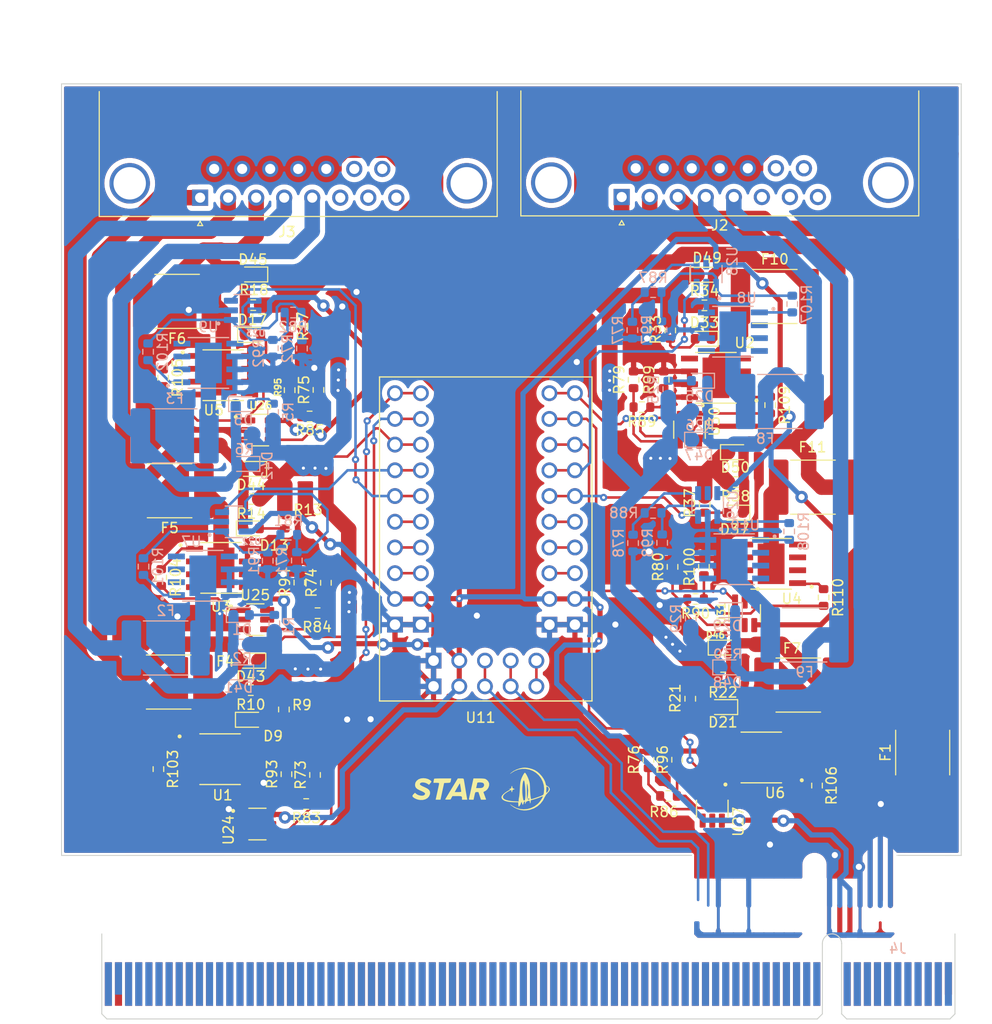
<source format=kicad_pcb>
(kicad_pcb (version 20221018) (generator pcbnew)
  (layers (0 "F.Cu" signal) (31 "B.Cu" signal) (34 "B.Paste" user) (35 "F.Paste" user) (36 "B.SilkS" user "B.Silkscreen") (37 "F.SilkS" user "F.Silkscreen") (38 "B.Mask" user) (39 "F.Mask" user) (44 "Edge.Cuts" user))
  (net 0 "")
  (net 1 "PYRO1")
  (net 2 "Net-(D1-A)")
  (net 3 "+3.3V")
  (net 4 "PYRO2")
  (net 5 "Net-(D5-A)")
  (net 6 "PYRO3")
  (net 7 "Net-(D9-A)")
  (net 8 "PYRO4")
  (net 9 "Net-(D13-A)")
  (net 10 "PYRO5")
  (net 11 "Net-(D17-A)")
  (net 12 "PYRO6")
  (net 13 "Net-(D21-A)")
  (net 14 "PYRO7")
  (net 15 "Net-(D25-A)")
  (net 16 "PYRO8")
  (net 17 "Net-(D29-A)")
  (net 18 "PYRO9")
  (net 19 "Net-(D33-A)")
  (net 20 "PYRO10")
  (net 21 "Net-(D37-A)")
  (net 22 "+12V")
  (net 23 "I2C_SDA")
  (net 24 "I2C_SCL")
  (net 25 "GND")
  (net 26 "PYRO1EN")
  (net 27 "PYRO2EN")
  (net 28 "PYRO3EN")
  (net 29 "PYRO4EN")
  (net 30 "PYRO5EN")
  (net 31 "PYRO6EN")
  (net 32 "PYRO7EN")
  (net 33 "PYRO8EN")
  (net 34 "PYRO9EN")
  (net 35 "PYRO10EN")
  (net 36 "Net-(F1-Pad1)")
  (net 37 "Net-(U7-OUT)")
  (net 38 "Net-(U9-OUT)")
  (net 39 "Net-(U1-OUT)")
  (net 40 "Net-(U3-OUT)")
  (net 41 "Net-(U5-OUT)")
  (net 42 "Net-(U6-OUT)")
  (net 43 "Net-(U8-OUT)")
  (net 44 "Net-(U10-OUT)")
  (net 45 "Net-(U2-OUT)")
  (net 46 "Net-(U4-OUT)")
  (net 47 "+5V")
  (net 52 "Net-(R101-Pad2)")
  (net 53 "Net-(R102-Pad2)")
  (net 54 "Net-(R103-Pad2)")
  (net 58 "Net-(R104-Pad2)")
  (net 59 "Net-(R105-Pad2)")
  (net 63 "Net-(R106-Pad2)")
  (net 64 "Net-(R107-Pad2)")
  (net 65 "Net-(R108-Pad2)")
  (net 66 "Net-(R109-Pad2)")
  (net 67 "Net-(R100-Pad1)")
  (net 68 "Net-(U7-IN)")
  (net 69 "Net-(U9-IN)")
  (net 70 "Net-(U1-IN)")
  (net 71 "Net-(U3-IN)")
  (net 72 "Net-(U5-IN)")
  (net 73 "Net-(U6-IN)")
  (net 74 "Net-(U8-IN)")
  (net 75 "Net-(U10-IN)")
  (net 76 "Net-(U2-IN)")
  (net 77 "Net-(U4-IN)")
  (net 118 "unconnected-(U11-P15-Pad6)")
  (net 119 "unconnected-(U11-P16-Pad7)")
  (net 120 "unconnected-(U11-P17-Pad8)")
  (net 121 "unconnected-(U11-INT-Pad15)")
  (net 122 "unconnected-(U11-P00-Pad18)")
  (net 123 "unconnected-(U11-P01-Pad19)")
  (net 124 "unconnected-(U11-P02-Pad20)")
  (net 125 "Net-(R71-Pad1)")
  (net 126 "Net-(R72-Pad1)")
  (net 127 "Net-(R73-Pad1)")
  (net 128 "Net-(R74-Pad1)")
  (net 129 "Net-(R75-Pad1)")
  (net 130 "Net-(R76-Pad1)")
  (net 131 "Net-(R77-Pad1)")
  (net 132 "Net-(R78-Pad1)")
  (net 133 "Net-(R79-Pad1)")
  (net 134 "Net-(R80-Pad1)")
  (net 148 "unconnected-(J4-~{PERST}-PadA11)")
  (footprint "Fuse:Fuse_2920_7451Metric" (layer "F.Cu") (at 205.74 129.54 90)
    (fp_text reference "F1")
    (fp_text value "6A Fuse")
  )
  (footprint "Fuse:Fuse_2920_7451Metric" (layer "F.Cu") (at 193.45 122.875)
    (fp_text reference "F7")
    (fp_text value "3A Fuse")
  )
  (footprint "Resistor_SMD:R_0603_1608Metric" (layer "F.Cu") (at 145.165 96.35)
    (fp_text reference "R85")
    (fp_text value "9k")
  )
  (footprint "Resistor_SMD:R_0603_1608Metric" (layer "F.Cu") (at 184.125 111.2 90)
    (fp_text reference "R100")
    (fp_text value "10k")
  )
  (footprint "BTS3080EJXUMA1:SOIC127P600X115-9N" (layer "F.Cu") (at 189.793 130.025 180)
    (fp_text reference "U6")
    (fp_text value "BTS3080EJXUMA1")
  )
  (footprint "" (layer "F.Cu") (at 168.86 104.21)
    (fp_text reference "")
    (fp_text value "")
  )
  (footprint "Resistor_SMD:R_0603_1608Metric" (layer "F.Cu") (at 130.5 112.25 -90)
    (fp_text reference "R104")
    (fp_text value "2k")
  )
  (footprint "Resistor_SMD:R_0603_1608Metric" (layer "F.Cu") (at 195.95 114.225 -90)
    (fp_text reference "R110")
    (fp_text value "2k")
  )
  (footprint "Resistor_SMD:R_0603_1608Metric" (layer "F.Cu") (at 180.8 87.85 -90)
    (fp_text reference "R33")
    (fp_text value "100")
  )
  (footprint "Connector_Dsub:DSUB-15_Female_Horizontal_P2.77x2.84mm_EdgePinOffset7.70mm_Housed_MountingHolesOffset9.12mm" (layer "F.Cu") (at 134.343 74.740331 180)
    (fp_text reference "J3")
    (fp_text value "DB15_Female")
  )
  (footprint "Resistor_SMD:R_0603_1608Metric" (layer "F.Cu") (at 186.025 122.125)
    (fp_text reference "R22")
    (fp_text value "10k")
  )
  (footprint "Resistor_SMD:R_0603_1608Metric" (layer "F.Cu") (at 146.04 93.725 90)
    (fp_text reference "R75")
    (fp_text value "1k")
  )
  (footprint "" (layer "F.Cu") (at 156.16 116.91)
    (fp_text reference "")
    (fp_text value "")
  )
  (footprint "" (layer "F.Cu") (at 156.16 111.83)
    (fp_text reference "")
    (fp_text value "")
  )
  (footprint "Diode_SMD:D_0603_1608Metric" (layer "F.Cu") (at 184.23 82.35)
    (fp_text reference "D49")
    (fp_text value "D_Schottky")
  )
  (footprint "Diode_SMD:D_0603_1608Metric" (layer "F.Cu") (at 187.25 99.875)
    (fp_text reference "D50")
    (fp_text value "D_Schottky")
  )
  (footprint "Resistor_SMD:R_0603_1608Metric" (layer "F.Cu") (at 143.19 93.75 90)
    (fp_text reference "R95")
    (fp_text value "10k")
  )
  (footprint "" (layer "F.Cu") (at 167.57 120.46)
    (fp_text reference "")
    (fp_text value "")
  )
  (footprint "Fuse:Fuse_2920_7451Metric" (layer "F.Cu") (at 191.125 84.5)
    (fp_text reference "F10")
    (fp_text value "3A Fuse")
  )
  (footprint "PCF8575_Breakout:PCF8575_Breakout" (layer "F.Cu") (at 152.0725 124.4455)
    (fp_text reference "U11")
    (fp_text value "PCF8575_Breakout")
  )
  (footprint "" (layer "F.Cu") (at 156.16 99.13)
    (fp_text reference "")
    (fp_text value "")
  )
  (footprint "Symbol:SOT95P280X145-6N" (layer "F.Cu") (at 184.95 135.095 -90)
    (fp_text reference "U27")
    (fp_text value "ADA4897-1ARJZ-R7")
  )
  (footprint "Resistor_SMD:R_0603_1608Metric" (layer "F.Cu") (at 130.69 92.525 -90)
    (fp_text reference "R105")
    (fp_text value "2k")
  )
  (footprint "" (layer "F.Cu") (at 168.86 94.05)
    (fp_text reference "")
    (fp_text value "")
  )
  (footprint "Resistor_SMD:R_0603_1608Metric" (layer "F.Cu") (at 144.15 112.75 90)
    (fp_text reference "R94")
    (fp_text value "10k")
  )
  (footprint "" (layer "F.Cu") (at 156.16 109.29)
    (fp_text reference "")
    (fp_text value "")
  )
  (footprint "Resistor_SMD:R_0603_1608Metric" (layer "F.Cu") (at 183.3 114.375 180)
    (fp_text reference "R90")
    (fp_text value "9k")
  )
  (footprint "" (layer "F.Cu") (at 168.86 106.75)
    (fp_text reference "")
    (fp_text value "")
  )
  (footprint "BTS3080EJXUMA1:SOIC127P600X115-9N" (layer "F.Cu") (at 136.3175 130.195)
    (fp_text reference "U1")
    (fp_text value "BTS3080EJXUMA1")
  )
  (footprint "BTS3080EJXUMA1:SOIC127P600X115-9N" (layer "F.Cu") (at 190.765 110.9 180)
    (fp_text reference "U4")
    (fp_text value "BTS3080EJXUMA1")
  )
  (footprint "Resistor_SMD:R_0603_1608Metric" (layer "F.Cu") (at 184.175 85.375)
    (fp_text reference "R34")
    (fp_text value "10k")
  )
  (footprint "" (layer "F.Cu") (at 168.86 109.29)
    (fp_text reference "")
    (fp_text value "")
  )
  (footprint "Diode_SMD:D_0603_1608Metric" (layer "F.Cu") (at 139.425 101.525 180)
    (fp_text reference "D44")
    (fp_text value "D_Schottky")
  )
  (footprint "" (layer "F.Cu") (at 168.86 96.59)
    (fp_text reference "")
    (fp_text value "")
  )
  (footprint "Symbol:SOT95P280X145-6N" (layer "F.Cu") (at 140.265 97.69)
    (fp_text reference "U26")
    (fp_text value "ADA4897-1ARJZ-R7")
  )
  (footprint "Symbol:SOT95P280X145-6N" (layer "F.Cu") (at 182.7 97.655 -90)
    (fp_text reference "U30")
    (fp_text value "ADA4897-1ARJZ-R7")
  )
  (footprint "Resistor_SMD:R_0603_1608Metric" (layer "F.Cu") (at 145.95 115.775)
    (fp_text reference "R84")
    (fp_text value "9k")
  )
  (footprint "Resistor_SMD:R_0603_1608Metric" (layer "F.Cu") (at 142.71475 106.58225 -90)
    (fp_text reference "R13")
    (fp_text value "100")
  )
  (footprint "Resistor_SMD:R_0603_1608Metric" (layer "F.Cu") (at 180.15 92.725 90)
    (fp_text reference "R99")
    (fp_text value "10k")
  )
  (footprint "Symbol:STARLogo" (layer "F.Cu") (at 161.65 133.125)
    (fp_text reference "G***" hide)
    (fp_text value "LOGO" hide)
  )
  (footprint "Resistor_SMD:R_0603_1608Metric" (layer "F.Cu") (at 182.775 124.225 -90)
    (fp_text reference "R21")
    (fp_text value "100")
  )
  (footprint "Resistor_SMD:R_0603_1608Metric" (layer "F.Cu") (at 139.35 123.375 180)
    (fp_text reference "R10")
    (fp_text value "10k")
  )
  (footprint "LED_SMD:LED_0603_1608Metric" (layer "F.Cu") (at 184.05 88.675 180)
    (fp_text reference "D33")
    (fp_text value "G_LED")
  )
  (footprint "Resistor_SMD:R_0603_1608Metric" (layer "F.Cu") (at 181.025 111.2 90)
    (fp_text reference "R80")
    (fp_text value "1k")
  )
  (footprint "BTS3080EJXUMA1:SOIC127P600X115-9N" (layer "F.Cu") (at 185.315 92.53 180)
    (fp_text reference "U2")
    (fp_text value "BTS3080EJXUMA1")
  )
  (footprint "Symbol:SOT95P280X145-6N" (layer "F.Cu") (at 140.005 136.6)
    (fp_text reference "U24")
    (fp_text value "ADA4897-1ARJZ-R7")
  )
  (footprint "Symbol:SOT95P280X145-6N" (layer "F.Cu") (at 188.15 115.7875 -90)
    (fp_text reference "U31")
    (fp_text value "ADA4897-1ARJZ-R7")
  )
  (footprint "" (layer "F.Cu") (at 156.16 94.05)
    (fp_text reference "")
    (fp_text value "")
  )
  (footprint "" (layer "F.Cu") (at 168.86 116.91)
    (fp_text reference "")
    (fp_text value "")
  )
  (footprint "" (layer "F.Cu") (at 156.16 114.37)
    (fp_text reference "")
    (fp_text value "")
  )
  (footprint "" (layer "F.Cu") (at 156.16 104.21)
    (fp_text reference "")
    (fp_text value "")
  )
  (footprint "Resistor_SMD:R_0603_1608Metric" (layer "F.Cu") (at 139.4 104.5 180)
    (fp_text reference "R14")
    (fp_text value "10k")
  )
  (footprint "Resistor_SMD:R_0603_1608Metric" (layer "F.Cu") (at 142.62225 125.28625 -90)
    (fp_text reference "R9")
    (fp_text value "100")
  )
  (footprint "LED_SMD:LED_0603_1608Metric" (layer "F.Cu") (at 187.175 105.85 180)
    (fp_text reference "D37")
    (fp_text value "G_LED")
  )
  (footprint "Fuse:Fuse_2920_7451Metric" (layer "F.Cu") (at 194.9 103.33)
    (fp_text reference "F11")
    (fp_text value "3A Fuse")
  )
  (footprint "" (layer "F.Cu") (at 168.86 101.67)
    (fp_text reference "")
    (fp_text value "")
  )
  (footprint "Diode_SMD:D_0603_1608Metric" (layer "F.Cu") (at 139.35 120.475 180)
    (fp_text reference "D43")
    (fp_text value "D_Schottky")
  )
  (footprint "Resistor_SMD:R_0603_1608Metric" (layer "F.Cu") (at 130.225 131.175 -90)
    (fp_text reference "R103")
    (fp_text value "2k")
  )
  (footprint "Resistor_SMD:R_0603_1608Metric" (layer "F.Cu") (at 181.475 130.25 90)
    (fp_text reference "R96")
    (fp_text value "10k")
  )
  (footprint "Resistor_SMD:R_0603_1608Metric" (layer "F.Cu") (at 178.65 130.25 90)
    (fp_text reference "R76")
    (fp_text value "1k")
  )
  (footprint "Resistor_SMD:R_0603_1608Metric" (layer "F.Cu") (at 146.775 112.775 90)
    (fp_text reference "R74")
    (fp_text value "1k")
  )
  (footprint "Resistor_SMD:R_0603_1608Metric" (layer "F.Cu") (at 177.175 92.725 90)
    (fp_text reference "R79")
    (fp_text value "1k")
  )
  (footprint "Resistor_SMD:R_0603_1608Metric" (layer "F.Cu") (at 187.275 102.825)
    (fp_text reference "R38")
    (fp_text value "10k")
  )
  (footprint "Resistor_SMD:R_0603_1608Metric" (layer "F.Cu") (at 190.675 95.225 -90)
    (fp_text reference "R109")
    (fp_text value "2k")
  )
  (footprint "Resistor_SMD:R_0603_1608Metric" (layer "F.Cu") (at 143.065 87.525 -90)
    (fp_text reference "R17")
    (fp_text value "100")
  )
  (footprint "Resistor_SMD:R_0603_1608Metric" (layer "F.Cu") (at 145.7 131.75 90)
    (fp_text reference "R73")
    (fp_text value "1k")
  )
  (footprint "Resistor_SMD:R_0603_1608Metric" (layer "F.Cu") (at 178 95.425 180)
    (fp_text reference "R89")
    (fp_text value "9k")
  )
  (footprint "Connector_Dsub:DSUB-15_Female_Horizontal_P2.77x2.84mm_EdgePinOffset7.70mm_Housed_MountingHolesOffset9.12mm" (layer "F.Cu") (at 175.999 74.676 180)
    (fp_text reference "J2")
    (fp_text value "DB15_Female")
  )
  (footprint "" (layer "F.Cu") (at 159.95 120.46)
    (fp_text reference "")
    (fp_text value "")
  )
  (footprint "LED_SMD:LED_0603_1608Metric" (layer "F.Cu") (at 139.54 88.3)
    (fp_text reference "D17")
    (fp_text value "G_LED")
  )
  (footprint "Diode_SMD:D_0603_1608Metric" (layer "F.Cu") (at 139.54 82.325 180)
    (fp_text reference "D45")
    (fp_text value "D_Schottky")
  )
  (footprint "Symbol:SOT95P280X145-6N" (layer "F.Cu") (at 139.805 116.41)
    (fp_text reference "U25")
    (fp_text value "ADA4897-1ARJZ-R7")
  )
  (footprint "" (layer "F.Cu") (at 168.86 99.13)
    (fp_text reference "")
    (fp_text value "")
  )
  (footprint "" (layer "F.Cu") (at 157.41 120.46)
    (fp_text reference "")
    (fp_text value "")
  )
  (footprint "BTS3080EJXUMA1:SOIC127P600X115-9N" (layer "F.Cu") (at 136.41 111.3)
    (fp_text reference "U3")
    (fp_text value "BTS3080EJXUMA1")
  )
  (footprint "" (layer "F.Cu") (at 168.86 111.83)
    (fp_text reference "")
    (fp_text value "")
  )
  (footprint "Fuse:Fuse_2920_7451Metric" (layer "F.Cu") (at 131.2375 122.575 180)
    (fp_text reference "F4")
    (fp_text value "3A Fuse")
  )
  (footprint "" (layer "F.Cu") (at 156.16 106.75)
    (fp_text reference "")
    (fp_text value "")
  )
  (footprint "" (layer "F.Cu") (at 162.49 120.46)
    (fp_text reference "")
    (fp_text value "")
  )
  (footprint "Resistor_SMD:R_0603_1608Metric" (layer "F.Cu") (at 184.2 105.025 -90)
    (fp_text reference "R37")
    (fp_text value "100")
  )
  (footprint "LED_SMD:LED_0603_1608Metric" (layer "F.Cu") (at 139.41275 107.40725)
    (fp_text reference "D13")
    (fp_text value "G_LED")
  )
  (footprint "Diode_SMD:D_0603_1608Metric" (layer "F.Cu") (at 186.0375 119.175)
    (fp_text reference "D46")
    (fp_text value "D_Schottky")
  )
  (footprint "Fuse:Fuse_2920_7451Metric" (layer "F.Cu") (at 132.068119 84.980001 180)
    (fp_text reference "F6")
    (fp_text value "3A Fuse")
  )
  (footprint "LED_SMD:LED_0603_1608Metric" (layer "F.Cu") (at 185.975 125.05 180)
    (fp_text reference "D21")
    (fp_text value "G_LED")
  )
  (footprint "" (layer "F.Cu") (at 156.16 101.67)
    (fp_text reference "")
    (fp_text value "")
  )
  (footprint "Resistor_SMD:R_0603_1608Metric" (layer "F.Cu") (at 139.59 85.35 180)
    (fp_text reference "R18")
    (fp_text value "10k")
  )
  (footprint "BTS3080EJXUMA1:SOIC127P600X115-9N" (layer "F.Cu") (at 136.625 92.275)
    (fp_text reference "U5")
    (fp_text value "BTS3080EJXUMA1")
  )
  (footprint "Resistor_SMD:R_0603_1608Metric" (layer "F.Cu") (at 180.625 133.825 180)
    (fp_text reference "R86")
    (fp_text value "9k")
  )
  (footprint "Resistor_SMD:R_0603_1608Metric" (layer "F.Cu") (at 195.3 132.8 -90)
    (fp_text reference "R106")
    (fp_text value "2k")
  )
  (footprint "Resistor_SMD:R_0603_1608Metric" (layer "F.Cu") (at 144.825 134.625)
    (fp_text reference "R83")
    (fp_text value "9k")
  )
  (footprint "LED_SMD:LED_0603_1608Metric" (layer "F.Cu") (at 139.32025 126.30225)
    (fp_text reference "D9")
    (fp_text value "G_LED")
  )
  (footprint "" (layer "F.Cu") (at 168.86 114.37)
    (fp_text reference "")
    (fp_text value "")
  )
  (footprint "" (layer "F.Cu") (at 156.16 96.59)
    (fp_text reference "")
    (fp_text value "")
  )
  (footprint "" (layer "F.Cu") (at 165.03 120.46)
    (fp_text reference "")
    (fp_text value "")
  )
  (footprint "Fuse:Fuse_2920_7451Metric" (layer "F.Cu") (at 131.33 103.68 180)
    (fp_text reference "F5")
    (fp_text value "3A Fuse")
  )
  (footprint "Resistor_SMD:R_0603_1608Metric" (layer "F.Cu") (at 142.875 131.675 90)
    (fp_text reference "R93")
    (fp_text value "10k")
  )
  (footprint "Fuse:Fuse_2920_7451Metric" (layer "B.Cu") (at 191.63 94.87)
    (fp_text reference "F8")
    (fp_text value "3A Fuse")
  )
  (footprint "Resistor_SMD:R_0603_1608Metric" (layer "B.Cu") (at 179.93 87.77 -90)
    (fp_text reference "R97")
    (fp_text value "10k")
  )
  (footprint "Resistor_SMD:R_0603_1608Metric" (layer "B.Cu") (at 183.73 95.795)
    (fp_text reference "R26")
    (fp_text value "10k")
  )
  (footprint "Diode_SMD:D_0603_1608Metric" (layer "B.Cu") (at 186.4875 121.125)
    (fp_text reference "D48")
    (fp_text value "D_Schottky")
  )
  (footprint "Resistor_SMD:R_0603_1608Metric" (layer "B.Cu") (at 192.855 85.245 90)
    (fp_text reference "R107")
    (fp_text value "2k")
  )
  (footprint "Fuse:Fuse_2920_7451Metric" (layer "B.Cu") (at 194.075 117.925)
    (fp_text reference "F9")
    (fp_text value "3A Fuse")
  )
  (footprint "Resistor_SMD:R_0603_1608Metric" (layer "B.Cu") (at 177.125 108.85 -90)
    (fp_text reference "R78")
    (fp_text value "1k")
  )
  (footprint "Resistor_SMD:R_0603_1608Metric" (layer "B.Cu") (at 141.675 116.775 90)
    (fp_text reference "R1")
    (fp_text value "100")
  )
  (footprint "Resistor_SMD:R_0603_1608Metric" (layer "B.Cu") (at 143.9 110.575 -90)
    (fp_text reference "R71")
    (fp_text value "1k")
  )
  (footprint "LED_SMD:LED_0603_1608Metric" (layer "B.Cu") (at 183.68 92.82 180)
    (fp_text reference "D25")
    (fp_text value "G_LED")
  )
  (footprint "Symbol:SOT95P280X145-6N" (layer "B.Cu") (at 184.5 105.0875 90)
    (fp_text reference "U29")
    (fp_text value "ADA4897-1ARJZ-R7")
  )
  (footprint "BTS3080EJXUMA1:SOIC127P600X115-9N" (layer "B.Cu") (at 134.615 112.08)
    (fp_text reference "U7")
    (fp_text value "BTS3080EJXUMA1")
  )
  (footprint "Fuse:Fuse_2920_7451Metric" (layer "B.Cu") (at 130.941071 119.213999 180)
    (fp_text reference "F2")
    (fp_text value "3A Fuse")
  )
  (footprint "Diode_SMD:D_0603_1608Metric" (layer "B.Cu") (at 183.705 98.645)
    (fp_text reference "D47")
    (fp_text value "D_Schottky")
  )
  (footprint "Connector_PCBEdge:BUS_PCIexpress_x16" (layer "B.Cu") (at 208.28 152.4 180)
    (fp_text reference "J4")
    (fp_text value "Bus_PCI_Express_x16")
    (fp_line (start -0.65 -2.95) (end -0.15 -3.45) (stroke (width 0.1)) (layer "Edge.Cuts"))
    (fp_line (start -0.65 4.95) (end -0.65 -2.95) (stroke (width 0.1)) (layer "Edge.Cuts"))
    (fp_line (start -0.15 -3.45) (end 10.05 -3.45) (stroke (width 0.1)) (layer "Edge.Cuts"))
    (fp_line (start 10.55 -2.95) (end 10.05 -3.45) (stroke (width 0.1)) (layer "Edge.Cuts"))
    (fp_line (start 10.55 4) (end 10.55 -2.95) (stroke (width 0.1)) (layer "Edge.Cuts"))
    (fp_line (start 12.45 -2.95) (end 12.95 -3.45) (stroke (width 0.1)) (layer "Edge.Cuts"))
    (fp_line (start 12.45 4) (end 12.45 -2.95) (stroke (width 0.1)) (layer "Edge.Cuts"))
    (fp_line (start 12.95 -3.45) (end 83.15 -3.45) (stroke (width 0.1)) (layer "Edge.Cuts"))
    (fp_line (start 83.65 -2.95) (end 83.15 -3.45) (stroke (width 0.1)) (layer "Edge.Cuts"))
    (fp_line (start 83.65 4.95) (end 83.65 -2.95) (stroke (width 0.1)) (layer "Edge.Cuts"))
    (fp_arc (start 12.45 4) (mid 11.5 4.95) (end 10.55 4) (stroke (width 0.1)) (layer "Edge.Cuts"))
  )
  (footprint "Resistor_SMD:R_0603_1608Metric" (layer "B.Cu") (at 177.055 87.82 -90)
    (fp_text reference "R77")
    (fp_text value "1k")
  )
  (footprint "Resistor_SMD:R_0603_1608Metric" (layer "B.Cu") (at 141.55475 95.911 90)
    (fp_text reference "R5")
    (fp_text value "100")
  )
  (footprint "Resistor_SMD:R_0603_1608Metric" (layer "B.Cu") (at 179.1 105.875 180)
    (fp_text reference "R88")
    (fp_text value "9k")
  )
  (footprint "LED_SMD:LED_0603_1608Metric" (layer "B.Cu") (at 138.65 95.125)
    (fp_text reference "D5")
    (fp_text value "G_LED")
  )
  (footprint "Resistor_SMD:R_0603_1608Metric" (layer "B.Cu") (at 129.20475 89.961 90)
    (fp_text reference "R102")
    (fp_text value "2k")
  )
  (footprint "Resistor_SMD:R_0603_1608Metric" (layer "B.Cu") (at 138.403571 118.875 180)
    (fp_text reference "R2")
    (fp_text value "10k")
  )
  (footprint "Resistor_SMD:R_0603_1608Metric" (layer "B.Cu") (at 186.475 118.45)
    (fp_text reference "R30")
    (fp_text value "10k")
  )
  (footprint "Resistor_SMD:R_0603_1608Metric" (layer "B.Cu") (at 141.025 110.6 -90)
    (fp_text reference "R91")
    (fp_text value "10k")
  )
  (footprint "Resistor_SMD:R_0603_1608Metric" (layer "B.Cu") (at 179.105 84.07 180)
    (fp_text reference "R87")
    (fp_text value "9k")
  )
  (footprint "Resistor_SMD:R_0603_1608Metric" (layer "B.Cu") (at 143.52975 86.086)
    (fp_text reference "R82")
    (fp_text value "9k")
  )
  (footprint "Resistor_SMD:R_0603_1608Metric" (layer "B.Cu") (at 182.825 116.3 90)
    (fp_text reference "R29")
    (fp_text value "100")
  )
  (footprint "Fuse:Fuse_2920_7451Metric" (layer "B.Cu") (at 131.82975 98.261 180)
    (fp_text reference "F3")
    (fp_text value "3A Fuse")
  )
  (footprint "Symbol:SOT95P280X145-6N" (layer "B.Cu") (at 184.355 82.2875 90)
    (fp_text reference "U28")
    (fp_text value "ADA4897-1ARJZ-R7")
  )
  (footprint "Symbol:SOT95P280X145-6N" (layer "B.Cu") (at 137.675 106.75)
    (fp_text reference "U22")
    (fp_text value "ADA4897-1ARJZ-R7")
  )
  (footprint "LED_SMD:LED_0603_1608Metric" (layer "B.Cu") (at 138.425 115.95)
    (fp_text reference "D1")
    (fp_text value "G_LED")
  )
  (footprint "Diode_SMD:D_0603_1608Metric" (layer "B.Cu") (at 138.141071 121.613999 180)
    (fp_text reference "D41")
    (fp_text value "D_Schottky")
  )
  (footprint "Resistor_SMD:R_0603_1608Metric" (layer "B.Cu") (at 128.75 111.175 90)
    (fp_text reference "R101")
    (fp_text value "2k")
  )
  (footprint "BTS3080EJXUMA1:SOIC127P600X115-9N" (layer "B.Cu") (at 186.99 87.975 180)
    (fp_text reference "U8")
    (fp_text value "BTS3080EJXUMA1")
  )
  (footprint "Resistor_SMD:R_0603_1608Metric" (layer "B.Cu") (at 180 108.825 -90)
    (fp_text reference "R98")
    (fp_text value "10k")
  )
  (footprint "Diode_SMD:D_0603_1608Metric" (layer "B.Cu") (at 138.75475 101.036 180)
    (fp_text reference "D42")
    (fp_text value "D_Schottky")
  )
  (footprint "Resistor_SMD:R_0603_1608Metric" (layer "B.Cu") (at 141.52975 89.611 -90)
    (fp_text reference "R92")
    (fp_text value "10k")
  )
  (footprint "LED_SMD:LED_0603_1608Metric" (layer "B.Cu") (at 186.425 115.475 180)
    (fp_text reference "D29")
    (fp_text value "G_LED")
  )
  (footprint "Resistor_SMD:R_0603_1608Metric" (layer "B.Cu") (at 180.605 93.645 90)
    (fp_text reference "R25")
    (fp_text value "100")
  )
  (footprint "BTS3080EJXUMA1:SOIC127P600X115-9N" (layer "B.Cu") (at 187.115 110.445 180)
    (fp_text reference "U10")
    (fp_text value "BTS3080EJXUMA1")
  )
  (footprint "Resistor_SMD:R_0603_1608Metric" (layer "B.Cu") (at 144.40475 89.636 -90)
    (fp_text reference "R72")
    (fp_text value "1k")
  )
  (footprint "Resistor_SMD:R_0603_1608Metric" (layer "B.Cu") (at 143.103571 108.025)
    (fp_text reference "R81")
    (fp_text value "9k")
  )
  (footprint "Symbol:SOT95P280X145-6N" (layer "B.Cu") (at 138.5525 85.87)
    (fp_text reference "U23")
    (fp_text value "ADA4897-1ARJZ-R7")
  )
  (footprint "BTS3080EJXUMA1:SOIC127P600X115-9N" (layer "B.Cu") (at 135.16475 91.061)
    (fp_text reference "U9")
    (fp_text value "BTS3080EJXUMA1")
  )
  (footprint "Resistor_SMD:R_0603_1608Metric" (layer "B.Cu") (at 192.55 107.7 90)
    (fp_text reference "R108")
    (fp_text value "2k")
  )
  (footprint "Resistor_SMD:R_0603_1608Metric" (layer "B.Cu") (at 138.72975 98.111 180)
    (fp_text reference "R6")
    (fp_text value "10k")
  )
  (gr_line (start 182.90016 139.691) (end 120.65 139.7) (stroke (width 0.1)) (layer "Edge.Cuts"))
  (gr_line (start 209.55 63.5) (end 209.55 139.7) (stroke (width 0.1)) (layer "Edge.Cuts"))
  (gr_line (start 120.65 63.5) (end 209.55 63.5) (stroke (width 0.1)) (layer "Edge.Cuts"))
  (gr_line (start 209.55 139.7) (end 203.20016 139.691) (stroke (width 0.1)) (layer "Edge.Cuts"))
  (gr_line (start 120.65 139.7) (end 120.65 63.5) (stroke (width 0.1)) (layer "Edge.Cuts"))
  (segment (start 138.53275 126.30225) (end 138.53275 123.38275) (width 1.016) (layer "F.Cu") (net 1))
  (segment (start 136.9215 118.834) (end 131.591 118.834) (width 1.524) (layer "F.Cu") (net 1))
  (segment (start 124.4 119.125) (end 127.85 122.575) (width 1.524) (layer "F.Cu") (net 1))
  (segment (start 131.591 118.834) (end 127.85 122.575) (width 1.524) (layer "F.Cu") (net 1))
  (segment (start 130.233269 74.740331) (end 124.4 80.5736) (width 1.524) (layer "F.Cu") (net 1))
  (segment (start 138.53275 123.38275) (end 138.525 123.375) (width 1.016) (layer "F.Cu") (net 1))
  (segment (start 138.5625 120.475) (end 136.9215 118.834) (width 1.016) (layer "F.Cu") (net 1))
  (segment (start 134.343 74.740331) (end 130.233269 74.740331) (width 1.524) (layer "F.Cu") (net 1))
  (segment (start 138.5625 123.3375) (end 138.525 123.375) (width 1.016) (layer "F.Cu") (net 1))
  (segment (start 124.4 80.5736) (end 124.4 119.125) (width 1.524) (layer "F.Cu") (net 1))
  (segment (start 138.5625 120.475) (end 138.5625 123.3375) (width 1.016) (layer "F.Cu") (net 1))
  (segment (start 139.2125 115.95) (end 141.675 115.95) (width 0.254) (layer "B.Cu") (net 2))
  (segment (start 175.999 74.676) (end 175.999 79.824) (width 1.524) (layer "F.Cu") (net 4))
  (segment (start 188.565394 80.35) (end 187.475 80.35) (width 1.524) (layer "F.Cu") (net 4))
  (segment (start 194.5125 84.5) (end 194.5125 83.4875) (width 1.524) (layer "F.Cu") (net 4))
  (segment (start 185.0175 85.3575) (end 185 85.375) (width 1.016) (layer "F.Cu") (net 4))
  (segment (start 185 88.5125) (end 185 85.375) (width 1.016) (layer "F.Cu") (net 4))
  (segment (start 189.615394 81.4) (end 188.565394 80.35) (width 1.524) (layer "F.Cu") (net 4))
  (segment (start 177.275 81.1) (end 181.285528 81.1) (width 1.524) (layer "F.Cu") (net 4))
  (segment (start 184.8375 88.675) (end 185 88.5125) (width 1.016) (layer "F.Cu") (net 4))
  (segment (start 187.0175 80.35) (end 187.475 80.35) (width 1.016) (layer "F.Cu") (net 4))
  (segment (start 192.425 81.4) (end 189.615394 81.4) (width 1.524) (layer "F.Cu") (net 4))
  (segment (start 175.999 79.824) (end 177.275 81.1) (width 1.524) (layer "F.Cu") (net 4))
  (segment (start 181.285528 81.1) (end 182.035528 80.35) (width 1.524) (layer "F.Cu") (net 4))
  (segment (start 185.0175 82.35) (end 187.0175 80.35) (width 1.016) (layer "F.Cu") (net 4))
  (segment (start 185.0175 82.35) (end 185.0175 85.3575) (width 1.016) (layer "F.Cu") (net 4))
  (segment (start 182.035528 80.35) (end 187.475 80.35) (width 1.524) (layer "F.Cu") (net 4))
  (segment (start 194.5125 83.4875) (end 192.425 81.4) (width 1.524) (layer "F.Cu") (net 4))
  (segment (start 139.9375 94.625) (end 141.09375 94.625) (width 0.254) (layer "B.Cu") (net 5))
  (segment (start 139.4375 95.125) (end 139.9375 94.625) (width 0.254) (layer "B.Cu") (net 5))
  (segment (start 141.09375 94.625) (end 141.55475 95.086) (width 0.254) (layer "B.Cu") (net 5))
  (segment (start 138.6375 104.4375) (end 138.575 104.5) (width 1.016) (layer "F.Cu") (net 6))
  (segment (start 130.325 78.05) (end 126.702119 81.672881) (width 1.524) (layer "F.Cu") (net 6))
  (segment (start 137.113 74.740331) (end 137.113 76.287) (width 1.524) (layer "F.Cu") (net 6))
  (segment (start 138.6375 101.525) (end 136.3125 99.2) (width 1.016) (layer "F.Cu") (net 6))
  (segment (start 137.113 76.287) (end 135.35 78.05) (width 1.524) (layer "F.Cu") (net 6))
  (segment (start 138.575 107.357) (end 138.62525 107.40725) (width 1.016) (layer "F.Cu") (net 6))
  (segment (start 126.702119 81.672881) (end 126.702119 102.439619) (width 1.524) (layer "F.Cu") (net 6))
  (segment (start 132.4225 99.2) (end 127.9425 103.68) (width 1.524) (layer "F.Cu") (net 6))
  (segment (start 138.6375 101.525) (end 138.6375 104.4375) (width 1.016) (layer "F.Cu") (net 6))
  (segment (start 138.575 104.5) (end 138.575 107.357) (width 1.016) (layer "F.Cu") (net 6))
  (segment (start 135.35 78.05) (end 130.325 78.05) (width 1.524) (layer "F.Cu") (net 6))
  (segment (start 136.3125 99.2) (end 132.4225 99.2) (width 1.524) (layer "F.Cu") (net 6))
  (segment (start 126.702119 102.439619) (end 127.9425 103.68) (width 1.524) (layer "F.Cu") (net 6))
  (segment (start 140.29875 126.11125) (end 140.10775 126.30225) (width 0.254) (layer "F.Cu") (net 7))
  (segment (start 142.62225 126.11125) (end 140.29875 126.11125) (width 0.254) (layer "F.Cu") (net 7))
  (segment (start 188.1 105.7125) (end 188.1 102.825) (width 1.016) (layer "F.Cu") (net 8))
  (segment (start 188.0375 99.875) (end 188.0375 99.3875) (width 1.016) (layer "F.Cu") (net 8))
  (segment (start 198.2875 103.33) (end 195.755 103.33) (width 1.524) (layer "F.Cu") (net 8))
  (segment (start 195.755 103.33) (end 194.475 102.05) (width 1.524) (layer "F.Cu") (net 8))
  (segment (start 193.05 98.825) (end 190.525 98.825) (width 1.524) (layer "F.Cu") (net 8))
  (segment (start 197.35 94.525) (end 193.05 98.825) (width 1.524) (layer "F.Cu") (net 8))
  (segment (start 194.475 102.05) (end 194.475 100.25) (width 1.524) (layer "F.Cu") (net 8))
  (segment (start 188.0375 99.3875) (end 188.6 98.825) (width 1.016) (layer "F.Cu") (net 8))
  (segment (start 178.769 74.676) (end 178.769 76.041944) (width 1.524) (layer "F.Cu") (net 8))
  (segment (start 193.175 98.95) (end 193.05 98.825) (width 1.524) (layer "F.Cu") (net 8))
  (segment (start 194.475 100.25) (end 193.175 98.95) (width 1.524) (layer "F.Cu") (net 8))
  (segment (start 190.279866 79.55) (end 195 79.55) (width 1.524) (layer "F.Cu") (net 8))
  (segment (start 197.35 81.9) (end 197.35 94.525) (width 1.524) (layer "F.Cu") (net 8))
  (segment (start 188.6 98.825) (end 190.525 98.825) (width 1.016) (layer "F.Cu") (net 8))
  (segment (start 178.769 76.041944) (end 181.299056 78.572) (width 1.524) (layer "F.Cu") (net 8))
  (segment (start 195 79.55) (end 197.35 81.9) (width 1.524) (layer "F.Cu") (net 8))
  (segment (start 187.9625 105.85) (end 188.1 105.7125) (width 1.016) (layer "F.Cu") (net 8))
  (segment (start 188.0375 99.875) (end 188.0375 102.7625) (width 1.016) (layer "F.Cu") (net 8))
  (segment (start 188.0375 102.7625) (end 188.1 102.825) (width 1.016) (layer "F.Cu") (net 8))
  (segment (start 181.299056 78.572) (end 189.301866 78.572) (width 1.524) (layer "F.Cu") (net 8))
  (segment (start 189.301866 78.572) (end 190.279866 79.55) (width 1.524) (layer "F.Cu") (net 8))
  (segment (start 142.71475 107.40725) (end 140.20025 107.40725) (width 0.254) (layer "F.Cu") (net 9))
  (segment (start 136.405378 79.924165) (end 136.456213 79.975) (width 1.524) (layer "F.Cu") (net 10))
  (segment (start 136.456213 79.975) (end 138.375 79.975) (width 1.524) (layer "F.Cu") (net 10))
  (segment (start 129.64333 84.980001) (end 128.680619 84.980001) (width 1.524) (layer "F.Cu") (net 10))
  (segment (start 136.25 81.475) (end 134.699165 79.924165) (width 1.016) (layer "F.Cu") (net 10))
  (segment (start 138.765 82.3375) (end 138.7525 82.325) (width 1.016) (layer "F.Cu") (net 10))
  (segment (start 138.7525 85.3625) (end 138.765 85.35) (width 1.016) (layer "F.Cu") (net 10))
  (segment (start 134.699165 79.924165) (end 129.64333 84.980001) (width 1.524) (layer "F.Cu") (net 10))
  (segment (start 138.7525 88.3) (end 138.7525 85.3625) (width 1.016) (layer "F.Cu") (net 10))
  (segment (start 136.351665 79.924165) (end 136.405378 79.924165) (width 1.524) (layer "F.Cu") (net 10))
  (segment (start 139.883 78.467) (end 139.883 74.740331) (width 1.524) (layer "F.Cu") (net 10))
  (segment (start 138.375 79.975) (end 139.883 78.467) (width 1.524) (layer "F.Cu") (net 10))
  (segment (start 136.351665 79.924165) (end 134.699165 79.924165) (width 1.524) (layer "F.Cu") (net 10))
  (segment (start 138.765 85.35) (end 138.765 82.3375) (width 1.016) (layer "F.Cu") (net 10))
  (segment (start 137.9025 81.475) (end 136.25 81.475) (width 1.016) (layer "F.Cu") (net 10))
  (segment (start 138.7525 82.325) (end 137.9025 81.475) (width 1.016) (layer "F.Cu") (net 10))
  (segment (start 140.85 90.55) (end 141.875 91.575) (width 0.254) (layer "F.Cu") (net 11))
  (segment (start 140.85 88.8225) (end 140.85 90.55) (width 0.254) (layer "F.Cu") (net 11))
  (segment (start 143.065 91.135) (end 143.065 88.35) (width 0.254) (layer "F.Cu") (net 11))
  (segment (start 141.875 91.575) (end 142.625 91.575) (width 0.254) (layer "F.Cu") (net 11))
  (segment (start 142.625 91.575) (end 143.065 91.135) (width 0.254) (layer "F.Cu") (net 11))
  (segment (start 140.3275 88.3) (end 140.85 88.8225) (width 0.254) (layer "F.Cu") (net 11))
  (segment (start 187.25 118.75) (end 189.125 118.75) (width 1.016) (layer "F.Cu") (net 12))
  (segment (start 186.7625 125.05) (end 186.7625 122.2125) (width 1.016) (layer "F.Cu") (net 12))
  (segment (start 201.325 107.975) (end 198.45 110.85) (width 1.524) (layer "F.Cu") (net 12))
  (segment (start 198.45 121.2625) (end 196.8375 122.875) (width 1.524) (layer "F.Cu") (net 12))
  (segment (start 198.45 110.85) (end 198.45 121.2625) (width 1.524) (layer "F.Cu") (net 12))
  (segment (start 186.825 122.1) (end 186.85 122.125) (width 1.016) (layer "F.Cu") (net 12))
  (segment (start 186.7625 122.2125) (end 186.85 122.125) (width 1.016) (layer "F.Cu") (net 12))
  (segment (start 183.657 76.794) (end 190.038338 76.794) (width 1.524) (layer "F.Cu") (net 12))
  (segment (start 193.575 120.6) (end 191.825 118.85) (width 1.524) (layer "F.Cu") (net 12))
  (segment (start 186.825 119.175) (end 186.825 122.1) (width 1.016) (layer "F.Cu") (net 12))
  (segment (start 191.825 118.85) (end 189.225 118.85) (width 1.524) (layer "F.Cu") (net 12))
  (segment (start 195.85 122.875) (end 193.575 120.6) (width 1.524) (layer "F.Cu") (net 12))
  (segment (start 195.947 77.772) (end 201.325 83.15) (width 1.524) (layer "F.Cu") (net 12))
  (segment (start 191.016338 77.772) (end 195.947 77.772) (width 1.524) (layer "F.Cu") (net 12))
  (segment (start 189.125 118.75) (end 189.225 118.85) (width 1.016) (layer "F.Cu") (net 12))
  (segment (start 196.8375 122.875) (end 195.85 122.875) (width 1.524) (layer "F.Cu") (net 12))
  (segment (start 201.325 83.15) (end 201.325 107.975) (width 1.524) (layer "F.Cu") (net 12))
  (segment (start 190.038338 76.794) (end 191.016338 77.772) (width 1.524) (layer "F.Cu") (net 12))
  (segment (start 186.825 119.175) (end 187.25 118.75) (width 1.016) (layer "F.Cu") (net 12))
  (segment (start 181.539 74.676) (end 183.657 76.794) (width 1.524) (layer "F.Cu") (net 12))
  (segment (start 182.775 125.05) (end 185.1875 125.05) (width 0.254) (layer "F.Cu") (net 13))
  (segment (start 124.163999 119.213999) (end 122.025 117.075) (width 1.524) (layer "B.Cu") (net 14))
  (segment (start 122.025 117.075) (end 122.025 80.375) (width 1.524) (layer "B.Cu") (net 14))
  (segment (start 127.553571 119.213999) (end 124.163999 119.213999) (width 1.524) (layer "B.Cu") (net 14))
  (segment (start 137.578571 121.388999) (end 137.353571 121.613999) (width 1.016) (layer "B.Cu") (net 14))
  (segment (start 122.025 80.375) (end 124.625 77.775) (width 1.524) (layer "B.Cu") (net 14))
  (segment (start 137.578571 118.875) (end 137.578571 121.388999) (width 1.016) (layer "B.Cu") (net 14))
  (segment (start 142.653 76.122) (end 142.653 74.740331) (width 1.524) (layer "B.Cu") (net 14))
  (segment (start 136.012571 122.954999) (end 131.294571 122.954999) (width 1.524) (layer "B.Cu") (net 14))
  (segment (start 137.6375 115.95) (end 137.6375 118.816071) (width 1.016) (layer "B.Cu") (net 14))
  (segment (start 124.625 77.775) (end 141 77.775) (width 1.524) (layer "B.Cu") (net 14))
  (segment (start 141 77.775) (end 142.653 76.122) (width 1.524) (layer "B.Cu") (net 14))
  (segment (start 131.294571 122.954999) (end 127.553571 119.213999) (width 1.524) (layer "B.Cu") (net 14))
  (segment (start 137.6375 118.816071) (end 137.578571 118.875) (width 1.016) (layer "B.Cu") (net 14))
  (segment (start 137.353571 121.613999) (end 136.012571 122.954999) (width 1.016) (layer "B.Cu") (net 14))
  (segment (start 182.8925 92.82) (end 180.605 92.82) (width 0.254) (layer "B.Cu") (net 15))
  (segment (start 184.555 98.5825) (end 184.4925 98.645) (width 1.016) (layer "B.Cu") (net 16))
  (segment (start 189.45 99.075) (end 187.1 99.075) (width 1.524) (layer "B.Cu") (net 16))
  (segment (start 184.4675 95.7075) (end 184.555 95.795) (width 1.016) (layer "B.Cu") (net 16))
  (segment (start 184.309 75.898472) (end 184.309 74.676) (width 1.524) (layer "B.Cu") (net 16))
  (segment (start 192.275 92.25) (end 191.375 92.25) (width 1.524) (layer "B.Cu") (net 16))
  (segment (start 195.0175 94.87) (end 195.0175 83.0675) (width 1.524) (layer "B.Cu") (net 16))
  (segment (start 190.221 98.304) (end 189.45 99.075) (width 1.524) (layer "B.Cu") (net 16))
  (segment (start 191.2 79.25) (end 187.660528 79.25) (width 1.524) (layer "B.Cu") (net 16))
  (segment (start 184.9225 99.075) (end 187.1 99.075) (width 1.016) (layer "B.Cu") (net 16))
  (segment (start 187.660528 79.25) (end 184.309 75.898472) (width 1.524) (layer "B.Cu") (net 16))
  (segment (start 190.221 93.404) (end 190.221 98.304) (width 1.524) (layer "B.Cu") (net 16))
  (segment (start 191.375 92.25) (end 190.221 93.404) (width 1.524) (layer "B.Cu") (net 16))
  (segment (start 194.895 94.87) (end 192.275 92.25) (width 1.524) (layer "B.Cu") (net 16))
  (segment (start 195.0175 94.87) (end 194.895 94.87) (width 1.524) (layer "B.Cu") (net 16))
  (segment (start 195.0175 83.0675) (end 191.2 79.25) (width 1.524) (layer "B.Cu") (net 16))
  (segment (start 184.555 95.795) (end 184.555 98.5825) (width 1.016) (layer "B.Cu") (net 16))
  (segment (start 184.4925 98.645) (end 184.9225 99.075) (width 1.016) (layer "B.Cu") (net 16))
  (segment (start 184.4675 92.82) (end 184.4675 95.7075) (width 1.016) (layer "B.Cu") (net 16))
  (segment (start 182.825 115.475) (end 185.6375 115.475) (width 0.254) (layer "B.Cu") (net 17))
  (segment (start 145.423 78.052) (end 145.423 74.740331) (width 1.524) (layer "B.Cu") (net 18))
  (segment (start 137.90475 100.9735) (end 137.96725 101.036) (width 1.016) (layer "B.Cu") (net 18))
  (segment (start 137.8625 95.125) (end 137.8625 98.06875) (width 1.016) (layer "B.Cu") (net 18))
  (segment (start 137.96725 101.9252) (end 136.86745 103.025) (width 1.016) (layer "B.Cu") (net 18))
  (segment (start 126.45 84.875) (end 131.275 80.05) (width 1.524) (layer "B.Cu") (net 18))
  (segment (start 128.44225 98.99225) (end 132.475 103.025) (width 1.524) (layer "B.Cu") (net 18))
  (segment (start 132.475 103.025) (end 136.86745 103.025) (width 1.524) (layer "B.Cu") (net 18))
  (segment (start 127.71375 97.5325) (end 127.6325 97.5325) (width 1.524) (layer "B.Cu") (net 18))
  (segment (start 127.6325 97.5325) (end 126.45 96.35) (width 1.524) (layer "B.Cu") (net 18))
  (segment (start 126.45 96.35) (end 126.45 84.875) (width 1.524) (layer "B.Cu") (net 18))
  (segment (start 131.275 80.05) (end 143.425 80.05) (width 1.524) (layer "B.Cu") (net 18))
  (segment (start 137.90475 98.111) (end 137.90475 100.9735) (width 1.016) (layer "B.Cu") (net 18))
  (segment (start 128.44225 98.261) (end 128.44225 98.99225) (width 1.524) (layer "B.Cu") (net 18))
  (segment (start 128.44225 98.261) (end 127.71375 97.5325) (width 1.524) (layer "B.Cu") (net 18))
  (segment (start 137.8625 98.06875) (end 137.90475 98.111) (width 1.016) (layer "B.Cu") (net 18))
  (segment (start 143.425 80.05) (end 145.423 78.052) (width 1.524) (layer "B.Cu") (net 18))
  (segment (start 137.96725 101.036) (end 137.96725 101.9252) (width 1.016) (layer "B.Cu") (net 18))
  (segment (start 183.2625 89.0125) (end 183.2625 88.675) (width 0.254) (layer "F.Cu") (net 19))
  (segment (start 180.975 89.525) (end 182.75 89.525) (width 0.254) (layer "F.Cu") (net 19))
  (segment (start 180.8 88.675) (end 180.8 89.35) (width 0.254) (layer "F.Cu") (net 19))
  (segment (start 180.8 89.35) (end 180.975 89.525) (width 0.254) (layer "F.Cu") (net 19))
  (segment (start 182.75 89.525) (end 183.2625 89.0125) (width 0.254) (layer "F.Cu") (net 19))
  (segment (start 197.575 82.975) (end 197.625 82.975) (width 1.524) (layer "B.Cu") (net 20))
  (segment (start 187.2125 118.3625) (end 187.3 118.45) (width 1.016) (layer "B.Cu") (net 20))
  (segment (start 195.675 117.925) (end 194.575 119.025) (width 1.524) (layer "B.Cu") (net 20))
  (segment (start 188.175 122.025) (end 190.55 122.025) (width 1.016) (layer "B.Cu") (net 20))
  (segment (start 197.4625 117.925) (end 195.675 117.925) (width 1.524) (layer "B.Cu") (net 20))
  (segment (start 194.575 121.075) (end 193.6 122.05) (width 1.524) (layer "B.Cu") (net 20))
  (segment (start 187.3 121.1) (end 187.275 121.125) (width 1.016) (layer "B.Cu") (net 20))
  (segment (start 191.875 77.275) (end 197.575 82.975) (width 1.524) (layer "B.Cu") (net 20))
  (segment (start 197.625 82.975) (end 197.625 117.7625) (width 1.524) (layer "B.Cu") (net 20))
  (segment (start 193.6 122.05) (end 190.575 122.05) (width 1.524) (layer "B.Cu") (net 20))
  (segment (start 187.079 74.676) (end 187.079 76.154) (width 1.524) (layer "B.Cu") (net 20))
  (segment (start 187.3 118.45) (end 187.3 121.1) (width 1.016) (layer "B.Cu") (net 20))
  (segment (start 197.625 117.7625) (end 197.4625 117.925) (width 1.524) (layer "B.Cu") (net 20))
  (segment (start 187.2125 115.475) (end 187.2125 118.3625) (width 1.016) (layer "B.Cu") (net 20))
  (segment (start 188.2 77.275) (end 191.875 77.275) (width 1.524) (layer "B.Cu") (net 20))
  (segment (start 194.575 119.025) (end 194.575 121.075) (width 1.524) (layer "B.Cu") (net 20))
  (segment (start 190.575 122.05) (end 190.55 122.025) (width 1.524) (layer "B.Cu") (net 20))
  (segment (start 187.079 76.154) (end 188.2 77.275) (width 1.524) (layer "B.Cu") (net 20))
  (segment (start 187.275 121.125) (end 188.175 122.025) (width 1.016) (layer "B.Cu") (net 20))
  (segment (start 184.2 105.85) (end 186.3875 105.85) (width 0.254) (layer "F.Cu") (net 21))
  (segment (start 144.038 71.900331) (end 146.808 71.900331) (width 3.048) (layer "F.Cu") (net 22))
  (segment (start 186.4625 99.875) (end 186.325 99.875) (width 1.524) (layer "F.Cu") (net 22))
  (segment (start 140.2125 101.525) (end 141.1 101.525) (width 1.524) (layer "F.Cu") (net 22))
  (segment (start 153.381993 69.288481) (end 156.85 72.756488) (width 3.048) (layer "F.Cu") (net 22))
  (segment (start 183.8125 120.4625) (end 182.6875 120.4625) (width 1.524) (layer "F.Cu") (net 22))
  (segment (start 182.775 121.5) (end 182.775 123.4) (width 1.524) (layer "F.Cu") (net 22))
  (segment (start 140.1375 120.475) (end 141.05 120.475) (width 1.524) (layer "F.Cu") (net 22))
  (segment (start 140.175 123.025) (end 141.8875 121.3125) (width 1.524) (layer "F.Cu") (net 22))
  (segment (start 180.375 118.15) (end 182.6875 120.4625) (width 1.524) (layer "F.Cu") (net 22))
  (segment (start 182.275 102) (end 180.775 100.5) (width 1.524) (layer "F.Cu") (net 22))
  (segment (start 149.025 113.8) (end 149.025 114.65) (width 1.524) (layer "F.Cu") (net 22))
  (segment (start 182.775 121.5) (end 182.775 120.6) (width 1.524) (layer "F.Cu") (net 22))
  (segment (start 207.675 77.2) (end 207.7 77.225) (width 3.048) (layer "F.Cu") (net 22))
  (segment (start 148 93.75) (end 147.975 93.775) (width 1.524) (layer "F.Cu") (net 22))
  (segment (start 144.525 101.475) (end 144.55 101.45) (width 1.524) (layer "F.Cu") (net 22))
  (segment (start 185.1625 101.5375) (end 185.1625 101.0375) (width 1.524) (layer "F.Cu") (net 22))
  (segment (start 188.464 71.836) (end 188.464 70.70463) (width 3.048) (layer "F.Cu") (net 22))
  (segment (start 143.3 101.475) (end 144.525 101.475) (width 1.524) (layer "F.Cu") (net 22))
  (segment (start 174.8 85) (end 175.4 84.4) (width 1.524) (layer "F.Cu") (net 22))
  (segment (start 174.8 92.8) (end 174.8 85) (width 1.524) (layer "F.Cu") (net 22))
  (segment (start 138.498 71.900331) (end 141.268 71.900331) (width 3.048) (layer "F.Cu") (net 22))
  (segment (start 141.8875 121.3125) (end 141.9 121.3) (width 1.524) (layer "F.Cu") (net 22))
  (segment (start 149.025 113.65) (end 149.1 113.725) (width 1.524) (layer "F.Cu") (net 22))
  (segment (start 174.8 93.75) (end 174.8 85) (width 1.524) (layer "F.Cu") (net 22))
  (segment (start 146.3376 81.6624) (end 143.4125 84.5875) (width 3.048) (layer "F.Cu") (net 22))
  (segment (start 182.075 85.375) (end 181.275 84.575) (width 1.524) (layer "F.Cu") (net 22))
  (segment (start 146.808 71.900331) (end 146.808 70.768961) (width 3.048) (layer "F.Cu") (net 22))
  (segment (start 142.125 102.6) (end 142.175 102.6) (width 1.524) (layer "F.Cu") (net 22))
  (segment (start 156.85 72.756488) (end 156.85 75.269174) (width 3.048) (layer "F.Cu") (net 22))
  (segment (start 149.025 107.5) (end 149.025 113.65) (width 1.524) (layer "F.Cu") (net 22))
  (segment (start 141.955 85.35) (end 143.065 84.24) (width 1.524) (layer "F.Cu") (net 22))
  (segment (start 182.924 71.836) (end 185.694 71.836) (width 3.048) (layer "F.Cu") (net 22))
  (segment (start 147.975 89.15) (end 147.975 91.7) (width 1.524) (layer "F.Cu") (net 22))
  (segment (start 135.728 71.900331) (end 138.498 71.900331) (width 3.048) (layer "F.Cu") (net 22))
  (segment (start 146.775 105.25) (end 149.025 107.5) (width 1.524) (layer "F.Cu") (net 22))
  (segment (start 141.05 120.475) (end 141.8875 121.3125) (width 1.524) (layer "F.Cu") (net 22))
  (segment (start 207.391 70.391) (end 207.391 70.675) (width 3.81) (layer "F.Cu") (net 22))
  (segment (start 140.3275 82.325) (end 141.15 82.325) (width 1.524) (layer "F.Cu") (net 22))
  (segment (start 172.822 71.753) (end 172.822 83.022) (width 3.048) (layer "F.Cu") (net 22))
  (segment (start 141.15 82.325) (end 143.065 84.24) (width 1.524) (layer "F.Cu") (net 22))
  (segment (start 186.325 99.875) (end 185.1625 101.0375) (width 1.524) (layer "F.Cu") (net 22))
  (segment (start 183.35 85.375) (end 182.075 85.375) (width 1.524) (layer "F.Cu") (net 22))
  (segment (start 149.1 113.725) (end 149.025 113.8) (width 1.524) (layer "F.Cu") (net 22))
  (segment (start 172.822 83.022) (end 174.825 85.025) (width 3.048) (layer "F.Cu") (net 22))
  (segment (start 181.275 84.575) (end 180.8 84.1) (width 1.524) (layer "F.Cu") (net 22))
  (segment (start 140.225 104.5) (end 142.125 102.6) (width 1.524) (layer "F.Cu") (net 22))
  (segment (start 144.575 101.475) (end 145.675 101.475) (width 1.524) (layer "F.Cu") (net 22))
  (segment (start 175.0615 69.5135) (end 172.822 71.753) (width 3.048) (layer "F.Cu") (net 22))
  (segment (start 172.923 67.375) (end 175.0615 69.5135) (width 3.048) (layer "F.Cu") (net 22))
  (segment (start 184.2 102) (end 182.275 102) (width 1.524) (layer "F.Cu") (net 22))
  (segment (start 186.45 102.825) (end 185.1625 101.5375) (width 1.524) (layer "F.Cu") (net 22))
  (segment (start 148.025 91.75) (end 147.975 91.8) (width 1.524) (layer "F.Cu") (net 22))
  (segment (start 205.775 126.1175) (end 205.775 84.225) (width 5.08) (layer "F.Cu") (net 22))
  (segment (start 184.2 102) (end 184.2 104.2) (width 1.524) (layer "F.Cu") (net 22))
  (segment (start 181.1 84.4) (end 181.275 84.575) (width 1.524) (layer "F.Cu") (net 22))
  (segment (start 150.201961 67.375) (end 172.923 67.375) (width 3.81) (layer "F.Cu") (net 22))
  (segment (start 188.464 70.70463) (end 191.91863 67.25) (width 3.048) (layer "F.Cu") (net 22))
  (segment (start 180.75 100.475) (end 179.825 100.475) (width 1.524) (layer "F.Cu") (net 22))
  (segment (start 174.825 91.875) (end 174.825 85.025) (width 1.524) (layer "F.Cu") (net 22))
  (segment (start 145.675 101.475) (end 145.7 101.45) (width 1.524) (layer "F.Cu") (net 22))
  (segment (start 180.8 87.025) (end 180.8 84.1) (width 1.524) (layer "F.Cu") (net 22))
  (segment (start 147.975 91.8) (end 147.975 92.725) (width 1.524) (layer "F.Cu") (net 22))
  (segment (start 175.0615 69.5135) (end 177.384 71.836) (width 3.048) (layer "F.Cu") (net 22))
  (segment (start 148.288481 69.288481) (end 153.381993 69.288481) (width 3.048) (layer "F.Cu") (net 22))
  (segment (start 180.75 100.475) (end 178.875 100.475) (width 1.524) (layer "F.Cu") (net 22))
  (segment (start 150.456774 81.6624) (end 146.3376 81.6624) (width 3.048) (layer "F.Cu") (net 22))
  (segment (start 207.7 77.225) (end 205.775 79.15) (width 3.048) (layer "F.Cu") (net 22))
  (segment (start 141.1 101.525) (end 142.175 102.6) (width 1.524) (layer "F.Cu") (net 22))
  (segment (start 148 92.75) (end 148 93.75) (width 1.524) (layer "F.Cu") (net 22))
  (segment (start 183.8125 120.4625) (end 182.6375 120.4625) (width 1.524) (layer "F.Cu") (net 22))
  (segment (start 185.2 122.125) (end 185.2 121.85) (width 1.524) (layer "F.Cu") (net 22))
  (segment (start 185.25 119.175) (end 185.1 119.175) (width 1.524) (layer "F.Cu") (net 22))
  (segment (start 141.8875 121.3125) (end 142.62225 122.04725) (width 1.524) (layer "F.Cu") (net 22))
  (segment (start 205.775 79.15) (end 205.775 84.225) (width 3.048) (layer "F.Cu") (net 22))
  (segment (start 147.975 92.725) (end 148 92.75) (width 1.524) (layer "F.Cu") (net 22))
  (segment (start 174.825 85.025) (end 174.8 85) (width 1.524) (layer "F.Cu") (net 22))
  (segment (start 143.065 84.24) (end 143.4125 84.5875) (width 1.524) (layer "F.Cu") (net 22))
  (segment (start 141.9 121.3) (end 146.25 121.3) (width 1.524) (layer "F.Cu") (net 22))
  (segment (start 141.9 121.3) (end 145 121.3) (width 1.524) (layer "F.Cu") (net 22))
  (segment (start 147.975 91.7) (end 148.025 91.75) (width 1.524) (layer "F.Cu") (net 22))
  (segment (start 205.74 126.1525) (end 205.775 126.1175) (width 5.08) (layer "F.Cu") (net 22))
  (segment (start 182.6875 120.4625) (end 181.75 119.525) (width 1.524) (layer "F.Cu") (net 22))
  (segment (start 182.275 102) (end 180.75 100.475) (width 1.524) (layer "F.Cu") (net 22))
  (segment (start 148.288481 69.288481) (end 150.201961 67.375) (width 3.048) (layer "F.Cu") (net 22))
  (segment (start 143.065 84.24) (end 143.065 86.7) (width 1.524) (layer "F.Cu") (net 22))
  (segment (start 145.7 101.45) (end 145.725 101.475) (width 1.524) (layer "F.Cu") (net 22))
  (segment (start 140.175 123.375) (end 140.175 123.025) (width 1.524) (layer "F.Cu") (net 22))
  (segment (start 141.268 71.900331) (end 144.038 71.900331) (width 3.048) (layer "F.Cu") (net 22))
  (segment (start 145.725 101.475) (end 146.775 101.475) (width 1.524) (layer "F.Cu") (net 22))
  (segment (start 140.415 85.35) (end 141.955 85.35) (width 1.524) (layer "F.Cu") (net 22))
  (segment (start 185.694 71.836) (end 188.464 71.836) (width 3.048) (layer "F.Cu") (net 22))
  (segment (start 204.25 67.25) (end 207.391 70.391) (width 3.81) (layer "F.Cu") (net 22))
  (segment (start 185.1625 101.0375) (end 184.2 102) (width 1.524) (layer "F.Cu") (net 22))
  (segment (start 185.2 121.85) (end 183.8125 120.4625) (width 1.524) (layer "F.Cu") (net 22))
  (segment (start 143.4125 84.5875) (end 147.975 89.15) (width 1.524) (layer "F.Cu") (net 22))
  (segment (start 182.55 82.35) (end 183.4425 82.35) (width 1.524) (layer "F.Cu") (net 22))
  (segment (start 175.4 84.4) (end 181.1 84.4) (width 1.524) (layer "F.Cu") (net 22))
  (segment (start 180.8 84.1) (end 182.55 82.35) (width 1.524) (layer "F.Cu") (net 22))
  (segment (start 149.075 114.7) (end 149.075 115.6) (width 1.524) (layer "F.Cu") (net 22))
  (segment (start 141.925 121.275) (end 143.75 121.275) (width 1.524) (layer "F.Cu") (net 22))
  (segment (start 185.1 119.175) (end 183.8125 120.4625) (width 1.524) (layer "F.Cu") (net 22))
  (segment (start 141.8875 121.3125) (end 141.925 121.275) (width 1.524) (layer "F.Cu") (net 22))
  (segment (start 180.154 71.836) (end 182.924 71.836) (width 3.048) (layer "F.Cu") (net 22))
  (segment (start 156.85 75.269174) (end 150.456774 81.6624) (width 3.048) (layer "F.Cu") (net 22))
  (segment (start 191.91863 67.25) (end 194.3 67.25) (width 3.048) (layer "F.Cu") (net 22))
  (segment (start 144.55 101.45) (end 144.575 101.475) (width 1.524) (layer "F.Cu") (net 22))
  (segment (start 182.6375 120.4625) (end 181.025 118.85) (width 1.524) (layer "F.Cu") (net 22))
  (segment (start 149.025 114.65) (end 149.075 114.7) (width 1.524) (layer "F.Cu") (net 22))
  (segment (start 146.775 101.475) (end 146.775 105.25) (width 1.524) (layer "F.Cu") (net 22))
  (segment (start 142.175 102.6) (end 142.71475 103.13975) (width 1.524) (layer "F.Cu") (net 22))
  (segment (start 142.175 102.6) (end 143.3 101.475) (width 1.524) (layer "F.Cu") (net 22))
  (segment (start 177.384 71.836) (end 180.154 71.836) (width 3.048) (layer "F.Cu") (net 22))
  (segment (start 194.3 67.25) (end 204.25 67.25) (width 3.81) (layer "F.Cu") (net 22))
  (segment (start 142.62225 122.04725) (end 142.62225 124.46125) (width 1.524) (layer "F.Cu") (net 22))
  (segment (start 142.71475 103.13975) (end 142.71475 105.75725) (width 1.524) (layer "F.Cu") (net 22))
  (segment (start 183.8125 120.4625) (end 182.775 121.5) (width 1.524) (layer "F.Cu") (net 22))
  (segment (start 149.075 115.6) (end 149.05 115.625) (width 1.524) (layer "F.Cu") (net 22))
  (segment (start 207.675 70.675) (end 207.675 77.2) (width 3.048) (layer "F.Cu") (net 22))
  (segment (start 146.808 70.768961) (end 148.288481 69.288481) (width 3.048) (layer "F.Cu") (net 22))
  (via (at 145.7 101.45) (size 0.7112) (drill 0.3048) (layers "F.Cu" "B.Cu") (net 22))
  (via (at 180.375 118.15) (size 0.7112) (drill 0.3048) (layers "F.Cu" "B.Cu") (net 22))
  (via (at 148.025 91.75) (size 0.7112) (drill 0.3048) (layers "F.Cu" "B.Cu") (net 22))
  (via (at 146.25 121.3) (size 0.7112) (drill 0.3048) (layers "F.Cu" "B.Cu") (net 22))
  (via (at 178.875 100.475) (size 0.7112) (drill 0.3048) (layers "F.Cu" "B.Cu") (net 22))
  (via (at 146.775 101.475) (size 0.7112) (drill 0.3048) (layers "F.Cu" "B.Cu") (net 22))
  (via (at 149.075 114.7) (size 0.7112) (drill 0.3048) (layers "F.Cu" "B.Cu") (net 22))
  (via (at 174.8 93.75) (size 0.7112) (drill 0.3048) (layers "F.Cu" "B.Cu") (net 22))
  (via (at 181.75 119.525) (size 0.7112) (drill 0.3048) (layers "F.Cu" "B.Cu") (net 22))
  (via (at 149.1 113.725) (size 0.7112) (drill 0.3048) (layers "F.Cu" "B.Cu") (net 22))
  (via (at 147.975 93.775) (size 0.7112) (drill 0.3048) (layers "F.Cu" "B.Cu") (net 22))
  (via (at 174.8 92.8) (size 0.7112) (drill 0.3048) (layers "F.Cu" "B.Cu") (net 22))
  (via (at 144.55 101.45) (size 0.7112) (drill 0.3048) (layers "F.Cu" "B.Cu") (net 22))
  (via (at 148 92.75) (size 0.7112) (drill 0.3048) (layers "F.Cu" "B.Cu") (net 22))
  (via (at 181.025 118.85) (size 0.7112) (drill 0.3048) (layers "F.Cu" "B.Cu") (net 22))
  (via (at 149.05 115.625) (size 0.7112) (drill 0.3048) (layers "F.Cu" "B.Cu") (net 22))
  (via (at 145 121.3) (size 0.7112) (drill 0.3048) (layers "F.Cu" "B.Cu") (net 22))
  (via (at 180.775 100.5) (size 0.7112) (drill 0.3048) (layers "F.Cu" "B.Cu") (net 22))
  (via (at 143.75 121.275) (size 0.7112) (drill 0.3048) (layers "F.Cu" "B.Cu") (net 22))
  (via (at 179.825 100.475) (size 0.7112) (drill 0.3048) (layers "F.Cu" "B.Cu") (net 22))
  (via (at 174.825 91.875) (size 0.7112) (drill 0.3048) (layers "F.Cu" "B.Cu") (net 22))
  (segment (start 175.634 113.409) (end 175.634 105.641) (width 1.524) (layer "B.Cu") (net 22))
  (segment (start 144.775 99.925) (end 145.7 100.85) (width 1.524) (layer "B.Cu") (net 22))
  (segment (start 184.3 119.725) (end 181.95 119.725) (width 1.524) (layer "B.Cu") (net 22))
  (segment (start 174.825 96.025) (end 174.825 93.775) (width 1.524) (layer "B.Cu") (net 22))
  (segment (start 141.55475 96.736) (end 141.55475 99.0235) (width 1.524) (layer "B.Cu") (net 22))
  (segment (start 180.775 98.05) (end 180.775 99.35) (width 1.524) (layer "B.Cu") (net 22))
  (segment (start 174.825 93.775) (end 174.8 93.75) (width 1.524) (layer "B.Cu") (net 22))
  (segment (start 139.55475 98.111) (end 139.439 98.111) (width 1.524) (layer "B.Cu") (net 22))
  (segment (start 139.42875 98.12125) (end 139.42875 98.72875) (width 1.524) (layer "B.Cu") (net 22))
  (segment (start 179 102.275) (end 178.875 102.15) (width 1.524) (layer "B.Cu") (net 22))
  (segment (start 185.65 118.45) (end 184.375 119.725) (width 1.524) (layer "B.Cu") (net 22))
  (segment (start 180.775 99.35) (end 180 99.35) (width 1.524) (layer "B.Cu") (net 22))
  (segment (start 181.54875 97.15125) (end 181.54875 97.27625) (width 1.524) (layer "B.Cu") (net 22))
  (segment (start 141.675 119.475) (end 141.675 120.55) (width 1.524) (layer "B.Cu") (net 22))
  (segment (start 149.025 116.7) (end 149.025 120) (width 1.524) (layer "B.Cu") (net 22))
  (segment (start 181.54875 97.27625) (end 182.9175 98.645) (width 1.524) (layer "B.Cu") (net 22))
  (segment (start 182.905 95.795) (end 181.54875 97.15125) (width 1.524) (layer "B.Cu") (net 22))
  (segment (start 180.775 99.35) (end 180.775 99.525) (width 1.524) (layer "B.Cu") (net 22))
  (segment (start 141.675 120.55) (end 140.611001 121.613999) (width 1.524) (layer "B.Cu") (net 22))
  (segment (start 180 99.35) (end 178.875 100.475) (width 1.524) (layer "B.Cu") (net 22))
  (segment (start 145.5 120.55) (end 146.25 121.3) (width 1.524) (layer "B.Cu") (net 22))
  (segment (start 141.075 118.875) (end 141.675 119.475) (width 1.524) (layer "B.Cu") (net 22))
  (segment (start 175.634 105.641) (end 177.8875 103.3875) (width 1.524) (layer "B.Cu") (net 22))
  (segment (start 149.025 114.75) (end 149.075 114.7) (width 1.524) (layer "B.Cu") (net 22))
  (segment (start 149.025 113.8) (end 149.1 113.725) (width 1.524) (layer "B.Cu") (net 22))
  (segment (start 174.825 96.025) (end 174.825 91.875) (width 1.524) (layer "B.Cu") (net 22))
  (segment (start 181.95 119.725) (end 180.375 118.15) (width 1.524) (layer "B.Cu") (net 22))
  (segment (start 180.605 94.47) (end 180.605 96.3325) (width 1.524) (layer "B.Cu") (net 22))
  (segment (start 143.025 120.55) (end 143.75 121.275) (width 1.524) (layer "B.Cu") (net 22))
  (segment (start 182.825 118.25) (end 184.3 119.725) (width 1.524) (layer "B.Cu") (net 22))
  (segment (start 181.54875 97.27625) (end 180.775 98.05) (width 1.524) (layer "B.Cu") (net 22))
  (segment (start 177.8875 103.3875) (end 174.825 100.325) (width 1.524) (layer "B.Cu") (net 22))
  (segment (start 146.775 100.75) (end 146.775 101.475) (width 1.524) (layer "B.Cu") (net 22))
  (segment (start 145.95 99.925) (end 146.775 100.75) (width 1.524) (layer "B.Cu") (net 22))
  (segment (start 144.25 120.55) (end 145 121.3) (width 1.524) (layer "B.Cu") (net 22))
  (segment (start 174.8 93.75) (end 174.825 93.725) (width 1.524) (layer "B.Cu") (net 22))
  (segment (start 179 102.275) (end 180.775 100.5) (width 1.524) (layer "B.Cu") (net 22))
  (segment (start 174.825 96.025) (end 174.825 92.825) (width 1.524) (layer "B.Cu") (net 22))
  (segment (start 184.3 119.725) (end 181.9 119.725) (width 1.524) (layer "B.Cu") (net 22))
  (segment (start 145.7 100.85) (end 145.7 101.45) (width 1.524) (layer "B.Cu") (net 22))
  (segment (start 180.605 96.3325) (end 181.54875 97.27625) (width 1.524) (layer "B.Cu") (net 22))
  (segment (start 184.375 119.725) (end 184.3 119.725) (width 1.524) (layer "B.Cu") (net 22))
  (segment (start 148.557 98.268) (end 146.9 99.925) (width 1.524) (layer "B.Cu") (net 22))
  (segment (start 139.42875 98.72875) (end 140.639125 99.939125) (width 1.524) (layer "B.Cu") (net 22))
  (segment (start 177.8875 103.3875) (end 179 102.275) (width 1.524) (layer "B.Cu") (net 22))
  (segment (start 178.875 102.15) (end 178.875 100.475) (width 1.524) (layer "B.Cu") (net 22))
  (segment (start 144.775 99.925) (end 145.95 99.925) (width 1.524) (layer "B.Cu") (net 22))
  (segment (start 144.25 120.55) (end 145.5 120.55) (width 1.524) (layer "B.Cu") (net 22))
  (segment (start 147.975 91.8) (end 148.025 91.75) (width 1.524) (layer "B.Cu") (net 22))
  (segment (start 140.611001 121.613999) (end 139.102571 121.613999) (width 1.524) (layer "B.Cu") (net 22))
  (segment (start 180.775 99.35) (end 180.775 100.5) (width 1.524) (layer "B.Cu") (net 22))
  (segment (start 149.025 116.7) (end 149.025 113.8) (width 1.524) (layer "B.Cu") (net 22))
  (segment (start 174.825 98.525) (end 174.825 96.025) (width 1.524) (layer "B.Cu") (net 22))
  (segment (start 179.825 101.45) (end 179.825 100.475) (width 1.524) (layer "B.Cu") (net 22))
  (segment (start 174.825 92.825) (end 174.8 92.8) (width 1.524) (layer "B.Cu") (net 22))
  (segment (start 141.55475 99.0235) (end 140.639125 99.939125) (width 1.524) (layer "B.Cu") (net 22))
  (segment (start 140.639125 99.939125) (end 139.54225 101.036) (width 1.524) (layer "B.Cu") (net 22))
  (segment (start 139.228571 118.875) (end 141.075 118.875) (width 1.524) (layer "B.Cu") (net 22))
  (segment (start 143.039125 99.939125) (end 144.55 101.45) (width 1.524) (layer "B.Cu") (net 22))
  (segment (start 182.825 117.125) (end 182.825 118.25) (width 1.524) (layer "B.Cu") (net 22))
  (segment (start 141.675 117.6) (end 141.675 119.475) (width 1.524) (layer "B.Cu") (net 22))
  (segment (start 148.557 94.357) (end 148.557 98.268) (width 1.524) (layer "B.Cu") (net 22))
  (segment (start 140.639125 99.939125) (end 143.039125 99.939125) (width 1.524) (layer "B.Cu") (net 22))
  (segment (start 147.975 93.775) (end 147.975 91.8) (width 1.524) (layer "B.Cu") (net 22))
  (segment (start 143.05325 99.925) (end 144.775 99.925) (width 1.524) (layer "B.Cu") (net 22))
  (segment (start 141.675 120.55) (end 143.025 120.55) (width 1.524) (layer "B.Cu") (net 22))
  (segment (start 180.375 118.15) (end 175.634 113.409) (width 1.524) (layer "B.Cu") (net 22))
  (segment (start 181.9 119.725) (end 181.025 118.85) (width 1.524) (layer "B.Cu") (net 22))
  (segment (start 149.025 115.65) (end 149.05 115.625) (width 1.524) (layer "B.Cu") (net 22))
  (segment (start 147.975 93.775) (end 148.557 94.357) (width 1.524) (layer "B.Cu") (net 22))
  (segment (start 143.025 120.55) (end 144.25 120.55) (width 1.524) (layer "B.Cu") (net 22))
  (segment (start 139.439 98.111) (end 139.42875 98.12125) (width 1.524) (layer "B.Cu") (net 22))
  (segment (start 149.025 120) (end 147.725 121.3) (width 1.524) (layer "B.Cu") (net 22))
  (segment (start 180.775 99.525) (end 179.825 100.475) (width 1.524) (layer "B.Cu") (net 22))
  (segment (start 174.825 100.325) (end 174.825 98.525) (width 1.524) (layer "B.Cu") (net 22))
  (segment (start 149.025 116.7) (end 149.025 115.65) (width 1.524) (layer "B.Cu") (net 22))
  (segment (start 147.725 121.3) (end 146.25 121.3) (width 1.524) (layer "B.Cu") (net 22))
  (segment (start 146.9 99.925) (end 145.95 99.925) (width 1.524) (layer "B.Cu") (net 22))
  (segment (start 179 102.275) (end 179.825 101.45) (width 1.524) (layer "B.Cu") (net 22))
  (segment (start 149.025 116.7) (end 149.025 114.75) (width 1.524) (layer "B.Cu") (net 22))
  (segment (start 143.039125 99.939125) (end 143.05325 99.925) (width 1.524) (layer "B.Cu") (net 22))
  (segment (start 184.3 119.725) (end 185.7 121.125) (width 1.524) (layer "B.Cu") (net 22))
  (segment (start 162.49 120.46) (end 162.49 123.0004) (width 0.254) (layer "F.Cu") (net 23))
  (segment (start 162.49 123.0004) (end 162.4889 123.0015) (width 0.254) (layer "F.Cu") (net 23))
  (segment (start 174.925 133.5) (end 179.725 138.3) (width 0.254) (layer "B.Cu") (net 23))
  (segment (start 182.875 138.3) (end 183.55016 138.97516) (width 0.254) (layer "B.Cu") (net 23))
  (segment (start 162.4889 123.0015) (end 166.7874 127.3) (width 0.254) (layer "B.Cu") (net 23))
  (segment (start 179.725 138.3) (end 182.875 138.3) (width 0.254) (layer "B.Cu") (net 23))
  (segment (start 171.5 127.3) (end 174.925 130.725) (width 0.254) (layer "B.Cu") (net 23))
  (segment (start 174.925 130.725) (end 174.925 133.5) (width 0.254) (layer "B.Cu") (net 23))
  (segment (start 183.55016 138.97516) (end 183.55016 144.091) (width 0.254) (layer "B.Cu") (net 23))
  (segment (start 166.7874 127.3) (end 171.5 127.3) (width 0.254) (layer "B.Cu") (net 23))
  (segment (start 165.03 123.0004) (end 165.0289 123.0015) (width 0.254) (layer "F.Cu") (net 24))
  (segment (start 165.03 120.46) (end 165.03 123.0004) (width 0.254) (layer "F.Cu") (net 24))
  (segment (start 180.1 137.35) (end 176 133.25) (width 0.254) (layer "B.Cu") (net 24))
  (segment (start 176 133.25) (end 176 130.6) (width 0.254) (layer "B.Cu") (net 24))
  (segment (start 176 130.6) (end 171.7 126.3) (width 0.254) (layer "B.Cu") (net 24))
  (segment (start 171.7 126.3) (end 168.3274 126.3) (width 0.254) (layer "B.Cu") (net 24))
  (segment (start 184.55016 138.57516) (end 183.325 137.35) (width 0.254) (layer "B.Cu") (net 24))
  (segment (start 184.55016 144.641) (end 184.55016 138.57516) (width 0.254) (layer "B.Cu") (net 24))
  (segment (start 168.3274 126.3) (end 165.0289 123.0015) (width 0.254) (layer "B.Cu") (net 24))
  (segment (start 183.325 137.35) (end 180.1 137.35) (width 0.254) (layer "B.Cu") (net 24))
  (segment (start 142.855 130.83) (end 142.875 130.85) (width 0.508) (layer "F.Cu") (net 25))
  (segment (start 142.55 111.925) (end 141.625 111.925) (width 0.508) (layer "F.Cu") (net 25))
  (segment (start 146.775 111.95) (end 144.175 111.95) (width 0.508) (layer "F.Cu") (net 25))
  (segment (start 133.563737 97.7) (end 129.707 93.843263) (width 0.508) (layer "F.Cu") (net 25))
  (segment (start 139.025 109.395) (end 139.025 110.665) (width 0.508) (layer "F.Cu") (net 25))
  (segment (start 171.37834 116.9055) (end 168.8645 116.9055) (width 0.508) (layer "F.Cu") (net 25))
  (segment (start 145.7 130.925) (end 145.7 129.45) (width 0.508) (layer "F.Cu") (net 25))
  (segment (start 149.8 84.075) (end 148.387393 85.487607) (width 0.508) (layer "F.Cu") (net 25))
  (segment (start 171.56 90.97) (end 166.66 90.97) (width 0.508) (layer "F.Cu") (net 25))
  (segment (start 137.839422 136.6) (end 138.84 136.6) (width 0.508) (layer "F.Cu") (net 25))
  (segment (start 177.175 89.97) (end 178.5 88.645) (width 0.508) (layer "F.Cu") (net 25))
  (segment (start 138.9325 130.83) (end 141.05 130.83) (width 0.508) (layer "F.Cu") (net 25))
  (segment (start 139.24 91.64) (end 139.24 92.91) (width 0.508) (layer "F.Cu") (net 25))
  (segment (start 140.616784 132.528481) (end 140.616784 131.263216) (width 0.508) (layer "F.Cu") (net 25))
  (segment (start 142.125 92.91) (end 144.265 92.91) (width 0.508) (layer "F.Cu") (net 25))
  (segment (start 139.24 92.91) (end 142.125 92.91) (width 0.508) (layer "F.Cu") (net 25))
  (segment (start 129.707 89.3389) (end 133.225 85.8209) (width 0.508) (layer "F.Cu") (net 25))
  (segment (start 161.69 116.02) (end 161.69 95.94) (width 0.508) (layer "F.Cu") (net 25))
  (segment (start 188.15 110.265) (end 188.15 111.535) (width 0.508) (layer "F.Cu") (net 25))
  (segment (start 136.87 116.41) (end 136.28 115.82) (width 0.508) (layer "F.Cu") (net 25))
  (segment (start 144.15 111.925) (end 142.55 111.925) (width 0.508) (layer "F.Cu") (net 25))
  (segment (start 158.472002 126.247002) (end 160.3 128.075) (width 0.508) (layer "F.Cu") (net 25))
  (segment (start 156.1555 116.9055) (end 156.16 116.91) (width 0.508) (layer "F.Cu") (net 25))
  (segment (start 181.025 110.375) (end 179.4 110.375) (width 0.508) (layer "F.Cu") (net 25))
  (segment (start 146.015 92.925) (end 146.04 92.9) (width 0.508) (layer "F.Cu") (net 25))
  (segment (start 138.64 116.41) (end 136.87 116.41) (width 0.508) (layer "F.Cu") (net 25))
  (segment (start 157.4089 123.0015) (end 157.4089 120.4611) (width 0.508) (layer "F.Cu") (net 25))
  (segment (start 137.175 135.935578) (end 137.839422 136.6) (width 0.508) (layer "F.Cu") (net 25))
  (segment (start 178.65 129.425) (end 181.475 129.425) (width 0.508) (layer "F.Cu") (net 25))
  (segment (start 177.175 91.9) (end 177.175 89.97) (width 0.508) (layer "F.Cu") (net 25))
  (segment (start 186.243422 131.93) (end 184.95 133.223422) (width 0.508) (layer "F.Cu") (net 25))
  (segment (start 139.035 111.925) (end 139.025 111.935) (width 0.508) (layer "F.Cu") (net 25))
  (segment (start 181.025 110.375) (end 184.125 110.375) (width 0.508) (layer "F.Cu") (net 25))
  (segment (start 182.7 94.435) (end 182.7 93.165) (width 0.508) (layer "F.Cu") (net 25))
  (segment (start 144.175 111.95) (end 144.15 111.925) (width 0.508) (layer "F.Cu") (net 25))
  (segment (start 132.1 116.1) (end 132.4 116.4) (width 0.508) (layer "F.Cu") (net 25))
  (segment (start 177.175 91.9) (end 180.15 91.9) (width 0.508) (layer "F.Cu") (net 25))
  (segment (start 139.09 97.7) (end 139.1 97.69) (width 0.508) (layer "F.Cu") (net 25))
  (segment (start 187.178 129.39) (end 187.178 130.66) (width 0.508) (layer "F.Cu") (net 25))
  (segment (start 153.5989 116.9055) (end 156.1555 116.9055) (width 0.508) (layer "F.Cu") (net 25))
  (segment (start 137.175 135.125) (end 137.175 135.935578) (width 0.508) (layer "F.Cu") (net 25))
  (segment (start 155.45 126.247002) (end 155.45 124.9604) (width 0.508) (layer "F.Cu") (net 25))
  (segment (start 196.639909 139.664909) (end 195.6 138.625) (width 0.508) (layer "F.Cu") (net 25))
  (segment (start 184.125 110.375) (end 188.04 110.375) (width 0.508) (layer "F.Cu") (net 25))
  (segment (start 140.616784 131.263216) (end 141.05 130.83) (width 0.508) (layer "F.Cu") (net 25))
  (segment (start 197.0579 139.664909) (end 196.639909 139.664909) (width 0.508) (layer "F.Cu") (net 25))
  (segment (start 184.95 133.223422) (end 184.95 133.93) (width 0.508) (layer "F.Cu") (net 25))
  (segment (start 145.7 129.45) (end 148.875 126.275) (width 0.508) (layer "F.Cu") (net 25))
  (segment (start 139.025 111.935) (end 139.025 110.665) (width 0.508) (layer "F.Cu") (net 25))
  (segment (start 190.65 138.625) (end 178.15 138.625) (width 0.508) (layer "F.Cu") (net 25))
  (segment (start 151.1901 126.247002) (end 155.45 126.247002) (width 0.508) (layer "F.Cu") (net 25))
  (segment (start 143.175 92.91) (end 143.19 92.925) (width 0.508) (layer "F.Cu") (net 25))
  (segment (start 155.45 124.9604) (end 157.4089 123.0015) (width 0.508) (layer "F.Cu") (net 25))
  (segment (start 153.5989 116.9055) (end 153.5989 119.1915) (width 0.508) (layer "F.Cu") (net 25))
  (segment (start 157.4089 120.4611) (end 157.41 120.46) (width 0.508) (layer "F.Cu") (net 25))
  (segment (start 195.6 138.625) (end 190.65 138.625) (width 0.508) (layer "F.Cu") (net 25))
  (segment (start 198.389909 139.664909) (end 199.55016 140.82516) (width 0.508) (layer "F.Cu") (net 25))
  (segment (start 149.8 84.05) (end 149.8 84.075) (width 0.508) (layer "F.Cu") (net 25))
  (segment (start 153.5989 119.1915) (end 157.4089 123.0015) (width 0.508) (layer "F.Cu") (net 25))
  (segment (start 188.04 110.375) (end 188.15 110.265) (width 0.508) (layer "F.Cu") (net 25))
  (segment (start 197.0579 139.664909) (end 198.389909 139.664909) (width 0.508) (layer "F.Cu") (net 25))
  (segment (start 144.265 92.91) (end 145.625 91.55) (width 0.508) (layer "F.Cu") (net 25))
  (segment (start 178.65 129.425) (end 175.7 129.425) (width 0.508) (layer "F.Cu") (net 25))
  (segment (start 188.15 112.805) (end 188.15 111.535) (width 0.508) (layer "F.Cu") (net 25))
  (segment (start 181.51 129.39) (end 187.178 129.39) (width 0.508) (layer "F.Cu") (net 25))
  (segment (start 143.19 92.925) (end 146.015 92.925) (width 0.508) (layer "F.Cu") (net 25))
  (segment (start 139.175 136.55) (end 138.531947 136.55) (width 0.508) (layer "F.Cu") (net 25))
  (segment (start 182.7 91.895) (end 180.155 91.895) (width 0.508) (layer "F.Cu") (net 25))
  (segment (start 181.475 129.425) (end 181.51 129.39) (width 0.508) (layer "F.Cu") (net 25))
  (segment (start 139.24 90.37) (end 139.24 91.64) (width 0.508) (layer "F.Cu") (net 25))
  (segment (start 199.55016 140.82516) (end 199.55016 144.641) (width 0.508) (layer "F.Cu") (net 25))
  (segment (start 161.69 116.02) (end 162.58 116.91) (width 0.508) (layer "F.Cu") (net 25))
  (segment (start 160.3 128.075) (end 170.85 128.075) (width 0.508) (layer "F.Cu") (net 25))
  (segment (start 187.178 131.93) (end 187.178 130.66) (width 0.508) (layer "F.Cu") (net 25))
  (segment (start 142.125 92.91) (end 143.175 92.91) (width 0.508) (layer "F.Cu") (net 25))
  (segment (start 133.563737 97.7) (end 139.09 97.7) (width 0.508) (layer "F.Cu") (net 25))
  (segment (start 175.7 129.425) (end 173.95 131.175) (width 0.508) (layer "F.Cu") (net 25))
  (segment (start 182.7 91.895) (end 182.7 93.165) (width 0.508) (layer "F.Cu") (net 25))
  (segment (start 161.69 95.94) (end 149.8 84.05) (width 0.508) (layer "F.Cu") (net 25))
  (segment (start 155.45 126.247002) (end 158.472002 126.247002) (width 0.508) (layer "F.Cu") (net 25))
  (segment (start 171.37384 116.91) (end 171.37834 116.9055) (width 0.508) (layer "F.Cu") (net 25))
  (segment (start 166.66 90.97) (end 161.69 95.94) (width 0.508) (layer "F.Cu") (net 25))
  (segment (start 187.178 131.93) (end 186.243422 131.93) (width 0.508) (layer "F.Cu") (net 25))
  (segment (start 142.875 130.85) (end 145.625 130.85) (width 0.508) (layer "F.Cu") (net 25))
  (segment (start 173.95 134.425) (end 173.95 131.175) (width 0.508) (layer "F.Cu") (net 25))
  (segment (start 170.85 128.075) (end 173.95 131.175) (width 0.508) (layer "F.Cu") (net 25))
  (segment (start 179.75 114.975) (end 177.825 116.9) (width 0.508) (layer "F.Cu") (net 25))
  (segment (start 180.155 91.895) (end 180.15 91.9) (width 0.508) (layer "F.Cu") (net 25))
  (segment (start 179.4 110.375) (end 178.7 109.675) (width 0.508) (layer "F.Cu") (net 25))
  (segment (start 141.625 111.925) (end 139.035 111.925) (width 0.508) (layer "F.Cu") (net 25))
  (segment (start 168.8645 116.9055) (end 168.86 116.91) (width 0.508) (layer "F.Cu") (net 25))
  (segment (start 141.05 130.83) (end 142.855 130.83) (width 0.508) (layer "F.Cu") (net 25))
  (segment (start 129.707 93.843263) (end 129.707 89.3389) (width 0.508) (layer "F.Cu") (net 25))
  (segment (start 138.9325 129.56) (end 138.9325 130.83) (width 0.508) (layer "F.Cu") (net 25))
  (segment (start 178.15 138.625) (end 173.95 134.425) (width 0.508) (layer "F.Cu") (net 25))
  (segment (start 162.58 116.91) (end 168.86 116.91) (width 0.508) (layer "F.Cu") (net 25))
  (segment (start 177.825 116.9) (end 175.375 116.9) (width 0.508) (layer "F.Cu") (net 25))
  (segment (start 182.7 94.435) (end 182.7 96.49) (width 0.508) (layer "F.Cu") (net 25))
  (segment (start 145.625 130.85) (end 145.7 130.925) (width 0.508) (layer "F.Cu") (net 25))
  (segment (start 138.9325 128.29) (end 138.9325 129.56) (width 0.508) (layer "F.Cu") (net 25))
  (via (at 171.56 90.97) (size 1.2192) (drill 0.6096) (layers "F.Cu" "B.Cu") (net 25))
  (via (at 179.75 114.975) (size 1.2192) (drill 0.6096) (layers "F.Cu" "B.Cu") (net 25))
  (via (at 140.616784 132.528481) (size 1.2192) (drill 0.6096) (layers "F.Cu" "B.Cu") (net 25))
  (via (at 178.5 88.645) (size 1.2192) (drill 0.6096) (layers "F.Cu" "B.Cu") (net 25))
  (via (at 161.69 116.02) (size 1.2192) (drill 0.6096) (layers "F.Cu" "B.Cu") (net 25))
  (via (at 151.1901 126.247002) (size 1.2192) (drill 0.6096) (layers "F.Cu" "B.Cu") (net 25))
  (via (at 137.175 135.125) (size 1.2192) (drill 0.6096) (layers "F.Cu" "B.Cu") (net 25))
  (via (at 132.1 116.1) (size 1.2192) (drill 0.6096) (layers "F.Cu" "B.Cu") (net 25))
  (via (at 145.625 91.55) (size 1.2192) (drill 0.6096) (layers "F.Cu" "B.Cu") (net 25))
  (via (at 175.375 116.9) (size 1.2192) (drill 0.6096) (layers "F.Cu" "B.Cu") (net 25))
  (via (at 197.0579 139.664909) (size 1.2192) (drill 0.6096) (layers "F.Cu" "B.Cu") (net 25))
  (via (at 190.65 138.625) (size 1.2192) (drill 0.6096) (layers "F.Cu" "B.Cu") (net 25))
  (via (at 148.387393 85.487607) (size 1.2192) (drill 0.6096) (layers "F.Cu" "B.Cu") (net 25))
  (via (at 133.225 85.8209) (size 1.2192) (drill 0.6096) (layers "F.Cu" "B.Cu") (net 25))
  (via (at 149.8 84.05) (size 1.2192) (drill 0.6096) (layers "F.Cu" "B.Cu") (net 25))
  (via (at 178.7 109.675) (size 1.2192) (drill 0.6096) (layers "F.Cu" "B.Cu") (net 25))
  (via (at 136.28 115.82) (size 0.7112) (drill 0.3048) (layers "F.Cu" "B.Cu") (net 25))
  (via (at 142.55 111.925) (size 1.2192) (drill 0.6096) (layers "F.Cu" "B.Cu") (net 25))
  (via (at 148.875 126.275) (size 1.2192) (drill 0.6096) (layers "F.Cu" "B.Cu") (net 25))
  (via (at 199.43306 140.82516) (size 1.2192) (drill 0.6096) (layers "F.Cu" "B.Cu") (net 25))
  (segment (start 199.55016 144.641) (end 199.55016 140.94226) (width 0.508) (layer "B.Cu") (net 25))
  (segment (start 130.873737 106.75) (end 136.51 106.75) (width 0.508) (layer "B.Cu") (net 25))
  (segment (start 175.375 116.9) (end 171.38384 116.9) (width 0.508) (layer "B.Cu") (net 25))
  (segment (start 153.6184 116.925) (end 153.5989 116.9055) (width 0.508) (layer "B.Cu") (net 25))
  (segment (start 136.28 115.82) (end 136.28 114.935) (width 0.508) (layer "B.Cu") (net 25))
  (segment (start 127.767 112.667) (end 127.767 109.856737) (width 0.508) (layer "B.Cu") (net 25))
  (segment (start 189.125 138.625) (end 188.55016 139.19984) (width 0.508) (layer "B.Cu") (net 25))
  (segment (start 137.78975 90.436) (end 137.77975 90.426) (width 0.508) (layer "B.Cu") (net 25))
  (segment (start 137.77975 91.696) (end 137.77975 90.426) (width 0.508) (layer "B.Cu") (net 25))
  (segment (start 151.2684 114.575) (end 153.5989 116.9055) (width 0.508) (layer "B.Cu") (net 25))
  (segment (start 141.52975 90.436) (end 137.78975 90.436) (width 0.508) (layer "B.Cu") (net 25))
  (segment (start 133.225 85.8209) (end 134.565903 85.8209) (width 0.508) (layer "B.Cu") (net 25))
  (segment (start 135.65 84.325) (end 135.65 84.736803) (width 0.508) (layer "B.Cu") (net 25))
  (segment (start 148.55 111.4) (end 149.075 111.4) (width 0.508) (layer "B.Cu") (net 25))
  (segment (start 137.25 111.425) (end 137.23 111.445) (width 0.508) (layer "B.Cu") (net 25))
  (segment (start 141.025 111.425) (end 137.25 111.425) (width 0.508) (layer "B.Cu") (net 25))
  (segment (start 196.55016 140.410149) (end 196.55016 140.172649) (width 0.508) (layer "B.Cu") (net 25))
  (segment (start 187.95016 139.19984) (end 188.55016 139.19984) (width 0.508) (layer "B.Cu") (net 25))
  (segment (start 184.355 83.6575) (end 184.355 86.05) (width 0.508) (layer "B.Cu") (net 25))
  (segment (start 179.88 88.645) (end 179.93 88.595) (width 0.508) (layer "B.Cu") (net 25))
  (segment (start 184.5 108.54) (end 184.5 109.81) (width 0.508) (layer "B.Cu") (net 25))
  (segment (start 146.021875 91.053125) (end 144.996875 91.053125) (width 0.508) (layer "B.Cu") (net 25))
  (segment (start 171.38384 116.9) (end 171.37834 116.9055) (width 0.508) (layer "B.Cu") (net 25))
  (segment (start 137.77975 92.966) (end 137.77975 91.696) (width 0.508) (layer "B.Cu") (net 25))
  (segment (start 135.298402 85.088402) (end 136.08 85.87) (width 0.508) (layer "B.Cu") (net 25))
  (segment (start 127.767 109.856737) (end 130.873737 106.75) (width 0.508) (layer "B.Cu") (net 25))
  (segment (start 143.9 111.4) (end 143.075 111.4) (width 0.508) (layer "B.Cu") (net 25))
  (segment (start 131.2 116.1) (end 127.767 112.667) (width 0.508) (layer "B.Cu") (net 25))
  (segment (start 145.625 91.55) (end 145.49375 91.55) (width 0.508) (layer "B.Cu") (net 25))
  (segment (start 199.55016 140.94226) (end 199.43306 140.82516) (width 0.508) (layer "B.Cu") (net 25))
  (segment (start 136.825 83.15) (end 135.65 84.325) (width 0.508) (layer "B.Cu") (net 25))
  (segment (start 151.162102 126.275) (end 151.1901 126.247002) (width 0.508) (layer "B.Cu") (net 25))
  (segment (start 180.16 109.81) (end 180 109.65) (width 0.508) (layer "B.Cu") (net 25))
  (segment (start 143.17985 93.99515) (end 145.625 91.55) (width 0.508) (layer "B.Cu") (net 25))
  (segment (start 196.55016 140.172649) (end 197.0579 139.664909) (width 0.508) (layer "B.Cu") (net 25))
  (segment (start 183.565 87.8) (end 184.375 88.61) (width 0.508) (layer "B.Cu") (net 25))
  (segment (start 149.075 111.4) (end 151.225 113.55) (width 0.508) (layer "B.Cu") (net 25))
  (segment (start 196.55016 140.410149) (end 196.55016 144.641) (width 0.508) (layer "B.Cu") (net 25))
  (segment (start 136.08 85.87) (end 137.3875 85.87) (width 0.508) (layer "B.Cu") (net 25))
  (segment (start 178.7 113.925) (end 179.75 114.975) (width 0.508) (layer "B.Cu") (net 25))
  (segment (start 143.075 111.4) (end 142.55 111.925) (width 0.508) (layer "B.Cu") (net 25))
  (segment (start 185.55016 144.641) (end 185.55016 141.59984) (width 0.508) (layer "B.Cu") (net 25))
  (segment (start 151.225 114.575) (end 151.2684 114.575) (width 0.508) (layer "B.Cu") (net 25))
  (segment (start 178.5 88.645) (end 179.88 88.645) (width 0.508) (layer "B.Cu") (net 25))
  (segment (start 173.885 88.645) (end 171.56 90.97) (width 0.508) (layer "B.Cu") (net 25))
  (segment (start 177.055 88.645) (end 178.5 88.645) (width 0.508) (layer "B.Cu") (net 25))
  (segment (start 190.65 138.625) (end 189.125 138.625) (width 0.508) (layer "B.Cu") (net 25))
  (segment (start 184.375 87.34) (end 184.375 88.61) (width 0.508) (layer "B.Cu") (net 25))
  (segment (start 137.23 113.985) (end 137.23 112.715) (width 0.508) (layer "B.Cu") (net 25))
  (segment (start 188.55016 144.641) (end 188.55016 139.19984) (width 0.508) (layer "B.Cu") (net 25))
  (segment (start 151.225 113.55) (end 151.225 114.575) (width 0.508) (layer "B.Cu") (net 25))
  (segment (start 148.387393 85.487607) (end 148.975 86.075214) (width 0.508) (layer "B.Cu") (net 25))
  (segment (start 148.975 88.1) (end 146.021875 91.053125) (width 0.508) (layer "B.Cu") (net 25))
  (segment (start 144.996875 91.053125) (end 144.40475 90.461) (width 0.508) (layer "B.Cu") (net 25))
  (segment (start 143.9 111.4) (end 149.075 111.4) (width 0.508) (layer "B.Cu") (net 25))
  (segment (start 184.5 108.54) (end 184.5 106.2525) (width 0.508) (layer "B.Cu") (net 25))
  (segment (start 132.1 116.1) (end 131.2 116.1) (width 0.508) (layer "B.Cu") (net 25))
  (segment (start 134.565903 85.8209) (end 135.298402 85.088402) (width 0.508) (layer "B.Cu") (net 25))
  (segment (start 177.125 109.675) (end 178.7 109.675) (width 0.508) (layer "B.Cu") (net 25))
  (segment (start 184.5 111.08) (end 184.5 109.81) (width 0.508) (layer "B.Cu") (net 25))
  (segment (start 138.020265 135.125) (end 140.616784 132.528481) (width 0.508) (layer "B.Cu") (net 25))
  (segment (start 178.7 109.675) (end 178.7 113.925) (width 0.508) (layer "B.Cu") (net 25))
  (segment (start 136.28 114.935) (end 137.23 113.985) (width 0.508) (layer "B.Cu") (net 25))
  (segment (start 180.725 87.8) (end 183.565 87.8) (width 0.508) (layer "B.Cu") (net 25))
  (segment (start 148.975 86.075214) (end 148.975 88.1) (width 0.508) (layer "B.Cu") (net 25))
  (segment (start 141.52975 90.436) (end 144.37975 90.436) (width 0.508) (layer "B.Cu") (net 25))
  (segment (start 177.055 88.645) (end 174.181974 88.645) (width 0.508) (layer "B.Cu") (net 25))
  (segment (start 184.375 86.07) (end 184.375 87.34) (width 0.508) (layer "B.Cu") (net 25))
  (segment (start 179.93 88.595) (end 180.725 87.8) (width 0.508) (layer "B.Cu") (net 25))
  (segment (start 141.05 111.4) (end 141.025 111.425) (width 0.508) (layer "B.Cu") (net 25))
  (segment (start 178.7 109.675) (end 179.975 109.675) (width 0.508) (layer "B.Cu") (net 25))
  (segment (start 185.55016 141.59984) (end 187.95016 139.19984) (width 0.508) (layer "B.Cu") (net 25))
  (segment (start 174.181974 88.645) (end 173.885 88.645) (width 0.508) (layer "B.Cu") (net 25))
  (segment (start 149.8 84.05) (end 148.9 83.15) (width 0.508) (layer "B.Cu") (net 25))
  (segment (start 137.23 111.445) (end 137.23 112.715) (width 0.508) (layer "B.Cu") (net 25))
  (segment (start 137.175 135.125) (end 138.020265 135.125) (width 0.508) (layer "B.Cu") (net 25))
  (segment (start 184.355 86.05) (end 184.375 86.07) (width 0.508) (layer "B.Cu") (net 25))
  (segment (start 148.875 126.275) (end 151.162102 126.275) (width 0.508) (layer "B.Cu") (net 25))
  (segment (start 161.69 116.02) (end 160.8 116.91) (width 0.508) (layer "B.Cu") (net 25))
  (segment (start 135.298402 85.088402) (end 135.65 84.736803) (width 0.508) (layer "B.Cu") (net 25))
  (segment (start 143.9 111.4) (end 141.05 111.4) (width 0.508) (layer "B.Cu") (net 25))
  (segment (start 179.975 109.675) (end 180 109.65) (width 0.508) (layer "B.Cu") (net 25))
  (segment (start 145.49375 91.55) (end 144.996875 91.053125) (width 0.508) (layer "B.Cu") (net 25))
  (segment (start 184.5 109.81) (end 180.16 109.81) (width 0.508) (layer "B.Cu") (net 25))
  (segment (start 160.8 116.91) (end 156.16 116.91) (width 0.508) (layer "B.Cu") (net 25))
  (segment (start 148.9 83.15) (end 136.825 83.15) (width 0.508) (layer "B.Cu") (net 25))
  (segment (start 144.37975 90.436) (end 144.40475 90.461) (width 0.508) (layer "B.Cu") (net 25))
  (segment (start 150.85 96.7889) (end 150.8555 96.7889) (width 0.254) (layer "F.Cu") (net 26))
  (segment (start 150.2 126.725) (end 147.3 129.625) (width 0.254) (layer "F.Cu") (net 26))
  (segment (start 156.1555 94.0455) (end 156.16 94.05) (width 0.254) (layer "F.Cu") (net 26))
  (segment (start 153.5989 94.0455) (end 156.1555 94.0455) (width 0.254) (layer "F.Cu") (net 26))
  (segment (start 150.8555 96.7889) (end 153.5989 94.0455) (width 0.254) (layer "F.Cu") (net 26))
  (segment (start 150.725 99.8889) (end 150.7889 99.825) (width 0.254) (layer "F.Cu") (net 26))
  (segment (start 147.3 135.675) (end 144.525 138.45) (width 0.254) (layer "F.Cu") (net 26))
  (segment (start 150.75 119.65) (end 150.2 120.2) (width 0.254) (layer "F.Cu") (net 26))
  (segment (start 147.3 129.625) (end 147.3 135.675) (width 0.254) (layer "F.Cu") (net 26))
  (segment (start 139.74 138.45) (end 138.84 137.55) (width 0.254) (layer "F.Cu") (net 26))
  (segment (start 150.2 120.2) (end 150.2 126.725) (width 0.254) (layer "F.Cu") (net 26))
  (segment (start 144.525 138.45) (end 139.74 138.45) (width 0.254) (layer "F.Cu") (net 26))
  (segment (start 150.725 117.375) (end 150.725 99.8889) (width 0.254) (layer "F.Cu") (net 26))
  (via (at 150.7889 99.825) (size 0.7112) (drill 0.3048) (layers "F.Cu" "B.Cu") (net 26))
  (via (at 150.75 119.65) (size 0.7112) (drill 0.3048) (layers "F.Cu" "B.Cu") (net 26))
  (via (at 150.85 96.7889) (size 0.7112) (drill 0.3048) (layers "F.Cu" "B.Cu") (net 26))
  (via (at 150.725 117.375) (size 0.7112) (drill 0.3048) (layers "F.Cu" "B.Cu") (net 26))
  (segment (start 150.75 119.65) (end 150.75 117.4) (width 0.254) (layer "B.Cu") (net 26))
  (segment (start 150.7634 99.7995) (end 150.7634 96.8755) (width 0.254) (layer "B.Cu") (net 26))
  (segment (start 150.75 117.4) (end 150.725 117.375) (width 0.254) (layer "B.Cu") (net 26))
  (segment (start 150.7889 99.825) (end 150.7634 99.7995) (width 0.254) (layer "B.Cu") (net 26))
  (segment (start 150.7634 96.8755) (end 150.85 96.7889) (width 0.254) (layer "B.Cu") (net 26))
  (segment (start 171.37834 94.0455) (end 168.8645 94.0455) (width 0.254) (layer "F.Cu") (net 27))
  (segment (start 174.43284 97.1) (end 171.37834 94.0455) (width 0.254) (layer "F.Cu") (net 27))
  (segment (start 179.268906 96.49) (end 179.245841 96.513065) (width 0.254) (layer "F.Cu") (net 27))
  (segment (start 176.4389 96.55) (end 175.8889 97.1) (width 0.254) (layer "F.Cu") (net 27))
  (segment (start 168.8645 94.0455) (end 168.86 94.05) (width 0.254) (layer "F.Cu") (net 27))
  (segment (start 181.75 96.49) (end 179.268906 96.49) (width 0.254) (layer "F.Cu") (net 27))
  (segment (start 175.8889 97.1) (end 174.43284 97.1) (width 0.254) (layer "F.Cu") (net 27))
  (via (at 179.245841 96.513065) (size 0.7112) (drill 0.3048) (layers "F.Cu" "B.Cu") (net 27))
  (via (at 176.4389 96.55) (size 0.7112) (drill 0.3048) (layers "F.Cu" "B.Cu") (net 27))
  (segment (start 178.911935 96.513065) (end 178.875 96.55) (width 0.254) (layer "B.Cu") (net 27))
  (segment (start 176.4389 96.55) (end 178.875 96.55) (width 0.254) (layer "B.Cu") (net 27))
  (segment (start 179.245841 96.513065) (end 178.911935 96.513065) (width 0.254) (layer "B.Cu") (net 27))
  (segment (start 139.755 118.475) (end 142.325 118.475) (width 0.254) (layer "F.Cu") (net 28))
  (segment (start 151.03011 118.1116) (end 151.525 117.61671) (width 0.254) (layer "F.Cu") (net 28))
  (segment (start 151.525 98.775) (end 151.5 98.75) (width 0.254) (layer "F.Cu") (net 28))
  (segment (start 142.325 118.475) (end 142.6884 118.1116) (width 0.254) (layer "F.Cu") (net 28))
  (segment (start 151.525 117.61671) (end 151.525 98.775) (width 0.254) (layer "F.Cu") (net 28))
  (segment (start 156.1555 96.5855) (end 156.16 96.59) (width 0.254) (layer "F.Cu") (net 28))
  (segment (start 153.5989 96.5855) (end 156.1555 96.5855) (width 0.254) (layer "F.Cu") (net 28))
  (segment (start 138.64 117.36) (end 139.755 118.475) (width 0.254) (layer "F.Cu") (net 28))
  (segment (start 142.6884 118.1116) (end 151.03011 118.1116) (width 0.254) (layer "F.Cu") (net 28))
  (via (at 151.5 98.75) (size 0.7112) (drill 0.3048) (layers "F.Cu" "B.Cu") (net 28))
  (segment (start 151.5 98.75) (end 151.5 97.275) (width 0.254) (layer "B.Cu") (net 28))
  (segment (start 151.5 97.275) (end 152.1895 96.5855) (width 0.254) (layer "B.Cu") (net 28))
  (segment (start 152.1895 96.5855) (end 153.5989 96.5855) (width 0.254) (layer "B.Cu") (net 28))
  (segment (start 168.8645 96.5855) (end 168.86 96.59) (width 0.254) (layer "F.Cu") (net 29))
  (segment (start 180.275 113.575) (end 173.975 113.575) (width 0.254) (layer "F.Cu") (net 29))
  (segment (start 172.5355 96.5855) (end 171.37834 96.5855) (width 0.254) (layer "F.Cu") (net 29))
  (segment (start 186.1775 113.6) (end 187.2 114.6225) (width 0.254) (layer "F.Cu") (net 29))
  (segment (start 173.475 113.075) (end 173.475 97.525) (width 0.254) (layer "F.Cu") (net 29))
  (segment (start 173.475 97.525) (end 172.5355 96.5855) (width 0.254) (layer "F.Cu") (net 29))
  (segment (start 186.025 113.6) (end 186.1775 113.6) (width 0.254) (layer "F.Cu") (net 29))
  (segment (start 171.37834 96.5855) (end 168.8645 96.5855) (width 0.254) (layer "F.Cu") (net 29))
  (segment (start 173.975 113.575) (end 173.475 113.075) (width 0.254) (layer "F.Cu") (net 29))
  (via (at 180.275 113.575) (size 0.7112) (drill 0.3048) (layers "F.Cu" "B.Cu") (net 29))
  (via (at 186.025 113.6) (size 0.7112) (drill 0.3048) (layers "F.Cu" "B.Cu") (net 29))
  (segment (start 180.3 113.6) (end 180.275 113.575) (width 0.254) (layer "B.Cu") (net 29))
  (segment (start 186.025 113.6) (end 180.3 113.6) (width 0.254) (layer "B.Cu") (net 29))
  (segment (start 140.218 100.307) (end 148.893 100.307) (width 0.254) (layer "F.Cu") (net 30))
  (segment (start 156.1555 99.1255) (end 156.16 99.13) (width 0.254) (layer "F.Cu") (net 30))
  (segment (start 139.1 99.189) (end 140.218 100.307) (width 0.254) (layer "F.Cu") (net 30))
  (segment (start 151.9984 97.525) (end 153.5989 99.1255) (width 0.254) (layer "F.Cu") (net 30))
  (segment (start 148.893 100.307) (end 151.675 97.525) (width 0.254) (layer "F.Cu") (net 30))
  (segment (start 139.1 98.64) (end 139.1 99.189) (width 0.254) (layer "F.Cu") (net 30))
  (segment (start 153.5989 99.1255) (end 156.1555 99.1255) (width 0.254) (layer "F.Cu") (net 30))
  (segment (start 151.675 97.525) (end 151.9984 97.525) (width 0.254) (layer "F.Cu") (net 30))
  (segment (start 172.3255 99.1255) (end 171.37834 99.1255) (width 0.254) (layer "F.Cu") (net 31))
  (segment (start 171.37834 99.1255) (end 168.8645 99.1255) (width 0.254) (layer "F.Cu") (net 31))
  (segment (start 184 131.55) (end 184 133.93) (width 0.254) (layer "F.Cu") (net 31))
  (segment (start 168.8645 99.1255) (end 168.86 99.13) (width 0.254) (layer "F.Cu") (net 31))
  (segment (start 181.3731 127.15) (end 174.475 127.15) (width 0.254) (layer "F.Cu") (net 31))
  (segment (start 184 131.55) (end 182.75 130.3) (width 0.254) (layer "F.Cu") (net 31))
  (segment (start 172.775 99.575) (end 172.3255 99.1255) (width 0.254) (layer "F.Cu") (net 31))
  (segment (start 174.475 127.15) (end 172.775 125.45) (width 0.254) (layer "F.Cu") (net 31))
  (segment (start 182.75 128.5269) (end 181.3731 127.15) (width 0.254) (layer "F.Cu") (net 31))
  (segment (start 172.775 125.45) (end 172.775 99.575) (width 0.254) (layer "F.Cu") (net 31))
  (via (at 182.75 128.5269) (size 0.7112) (drill 0.3048) (layers "F.Cu" "B.Cu") (net 31))
  (via (at 182.75 130.3) (size 0.7112) (drill 0.3048) (layers "F.Cu" "B.Cu") (net 31))
  (segment (start 182.75 130.3) (end 182.75 128.5269) (width 0.254) (layer "B.Cu") (net 31))
  (segment (start 153.5989 101.6655) (end 156.1555 101.6655) (width 0.254) (layer "F.Cu") (net 32))
  (segment (start 156.1555 101.6655) (end 156.16 101.67) (width 0.254) (layer "F.Cu") (net 32))
  (segment (start 138.81 103.5) (end 136.51 105.8) (width 0.254) (layer "B.Cu") (net 32))
  (segment (start 148.9095 101.6655) (end 147.075 103.5) (width 0.254) (layer "B.Cu") (net 32))
  (segment (start 147.075 103.5) (end 138.81 103.5) (width 0.254) (layer "B.Cu") (net 32))
  (segment (start 153.5989 101.6655) (end 148.9095 101.6655) (width 0.254) (layer "B.Cu") (net 32))
  (segment (start 171.37834 101.6655) (end 168.8645 101.6655) (width 0.254) (layer "F.Cu") (net 33))
  (segment (start 182.2 86.85) (end 182.2 88.725) (width 0.254) (layer "F.Cu") (net 33))
  (segment (start 168.8645 101.6655) (end 168.86 101.67) (width 0.254) (layer "F.Cu") (net 33))
  (via (at 182.2 86.85) (size 0.7112) (drill 0.3048) (layers "F.Cu" "B.Cu") (net 33))
  (via (at 182.2 88.725) (size 0.7112) (drill 0.3048) (layers "F.Cu" "B.Cu") (net 33))
  (segment (start 182.2 88.725) (end 181 89.925) (width 0.254) (layer "B.Cu") (net 33))
  (segment (start 172.1095 101.6655) (end 171.37834 101.6655) (width 0.254) (layer "B.Cu") (net 33))
  (segment (start 181 89.925) (end 173.8 89.925) (width 0.254) (layer "B.Cu") (net 33))
  (segment (start 172.875 90.85) (end 172.875 100.9) (width 0.254) (layer "B.Cu") (net 33))
  (segment (start 172.875 100.9) (end 172.1095 101.6655) (width 0.254) (layer "B.Cu") (net 33))
  (segment (start 183.405 83.6575) (end 182.2 84.8625) (width 0.254) (layer "B.Cu") (net 33))
  (segment (start 182.2 84.8625) (end 182.2 86.85) (width 0.254) (layer "B.Cu") (net 33))
  (segment (start 173.8 89.925) (end 172.875 90.85) (width 0.254) (layer "B.Cu") (net 33))
  (segment (start 149.7 100.6) (end 149.7 102.55) (width 0.254) (layer "F.Cu") (net 34))
  (segment (start 153.5989 104.2055) (end 156.1555 104.2055) (width 0.254) (layer "F.Cu") (net 34))
  (segment (start 149.7 102.55) (end 149.75 102.6) (width 0.254) (layer "F.Cu") (net 34))
  (segment (start 156.1555 104.2055) (end 156.16 104.21) (width 0.254) (layer "F.Cu") (net 34))
  (via (at 149.75 102.6) (size 0.7112) (drill 0.3048) (layers "F.Cu" "B.Cu") (net 34))
  (via (at 149.7 100.6) (size 0.7112) (drill 0.3048) (layers "F.Cu" "B.Cu") (net 34))
  (segment (start 138.5075 83.8) (end 137.3875 84.92) (width 0.254) (layer "B.Cu") (net 34))
  (segment (start 151.3555 104.2055) (end 153.5989 104.2055) (width 0.254) (layer "B.Cu") (net 34))
  (segment (start 149.7 85.4) (end 148.1 83.8) (width 0.254) (layer "B.Cu") (net 34))
  (segment (start 149.7 100.6) (end 149.7 85.4) (width 0.254) (layer "B.Cu") (net 34))
  (segment (start 148.1 83.8) (end 138.5075 83.8) (width 0.254) (layer "B.Cu") (net 34))
  (segment (start 149.75 102.6) (end 151.3555 104.2055) (width 0.254) (layer "B.Cu") (net 34))
  (segment (start 180.2 104.35) (end 181.95 106.1) (width 0.254) (layer "F.Cu") (net 35))
  (segment (start 174.2111 104.35) (end 180.2 104.35) (width 0.254) (layer "F.Cu") (net 35))
  (segment (start 171.37384 104.21) (end 171.37834 104.2055) (width 0.254) (layer "F.Cu") (net 35))
  (segment (start 168.86 104.21) (end 171.37384 104.21) (width 0.254) (layer "F.Cu") (net 35))
  (via (at 181.95 106.1) (size 0.7112) (drill 0.3048) (layers "F.Cu" "B.Cu") (net 35))
  (via (at 174.2111 104.35) (size 0.7112) (drill 0.3048) (layers "F.Cu" "B.Cu") (net 35))
  (segment (start 183.3975 106.1) (end 183.55 106.2525) (width 0.254) (layer "B.Cu") (net 35))
  (segment (start 174.2111 104.35) (end 174.0666 104.2055) (width 0.254) (layer "B.Cu") (net 35))
  (segment (start 174.0666 104.2055) (end 171.37834 104.2055) (width 0.254) (layer "B.Cu") (net 35))
  (segment (start 181.95 106.1) (end 183.3975 106.1) (width 0.254) (layer "B.Cu") (net 35))
  (segment (start 202.55016 135.57016) (end 202.55016 144.641) (width 0.508) (layer "F.Cu") (net 36))
  (segment (start 200.55016 135.66984) (end 200.55016 144.641) (width 0.508) (layer "F.Cu") (net 36))
  (segment (start 201.55016 134.66984) (end 201.55016 144.091) (width 0.508) (layer "F.Cu") (net 36))
  (segment (start 201.6 134.62) (end 201.55016 134.66984) (width 0.508) (layer "F.Cu") (net 36))
  (segment (start 201.6 134.62) (end 204.0475 134.62) (width 1.524) (layer "F.Cu") (net 36))
  (segment (start 204.0475 134.62) (end 205.74 132.9275) (width 1.524) (layer "F.Cu") (net 36))
  (segment (start 201.6 134.62) (end 200.55016 135.66984) (width 0.508) (layer "F.Cu") (net 36))
  (segment (start 201.6 134.62) (end 202.55016 135.57016) (width 0.508) (layer "F.Cu") (net 36))
  (via (at 201.6 134.62) (size 1.2192) (drill 0.6096) (layers "F.Cu" "B.Cu") (net 36))
  (segment (start 200.55016 135.66984) (end 200.55016 144.641) (width 0.508) (layer "B.Cu") (net 36))
  (segment (start 202.55016 135.57016) (end 202.55016 144.641) (width 0.508) (layer "B.Cu") (net 36))
  (segment (start 201.55016 134.66984) (end 201.55016 144.641) (width 0.508) (layer "B.Cu") (net 36))
  (segment (start 201.6 134.62) (end 201.55016 134.66984) (width 0.508) (layer "B.Cu") (net 36))
  (segment (start 201.6 134.62) (end 202.55016 135.57016) (width 0.508) (layer "B.Cu") (net 36))
  (segment (start 201.6 134.62) (end 200.55016 135.66984) (width 0.508) (layer "B.Cu") (net 36))
  (segment (start 134.615 112.08) (end 134.615 118.92757) (width 1.524) (layer "B.Cu") (net 37))
  (segment (start 134.615 118.92757) (end 134.328571 119.213999) (width 1.524) (layer "B.Cu") (net 37))
  (segment (start 135.16475 98.2085) (end 135.21725 98.261) (width 1.524) (layer "B.Cu") (net 38))
  (segment (start 135.16475 91.061) (end 135.16475 98.2085) (width 1.524) (layer "B.Cu") (net 38))
  (segment (start 134.625 122.575) (end 136.3175 124.2675) (width 1.524) (layer "F.Cu") (net 39))
  (segment (start 136.3175 124.2675) (end 136.3175 130.195) (width 1.524) (layer "F.Cu") (net 39))
  (segment (start 136.41 105.3725) (end 136.41 111.3) (width 1.524) (layer "F.Cu") (net 40))
  (segment (start 134.7175 103.68) (end 136.41 105.3725) (width 1.524) (layer "F.Cu") (net 40))
  (segment (start 136.625 86.149382) (end 136.625 92.275) (width 1.524) (layer "F.Cu") (net 41))
  (segment (start 135.455619 84.980001) (end 136.625 86.149382) (width 1.524) (layer "F.Cu") (net 41))
  (segment (start 189.793 123.1445) (end 190.0625 122.875) (width 1.524) (layer "F.Cu") (net 42))
  (segment (start 189.793 130.025) (end 189.793 123.1445) (width 1.524) (layer "F.Cu") (net 42))
  (segment (start 186.99 87.975) (end 186.99 93.6175) (width 1.524) (layer "B.Cu") (net 43))
  (segment (start 186.99 93.6175) (end 188.2425 94.87) (width 1.524) (layer "B.Cu") (net 43))
  (segment (start 187.115 110.445) (end 187.115 112.273468) (width 1.524) (layer "B.Cu") (net 44))
  (segment (start 190.6875 115.845968) (end 190.6875 117.925) (width 1.524) (layer "B.Cu") (net 44))
  (segment (start 187.115 112.273468) (end 190.6875 115.845968) (width 1.524) (layer "B.Cu") (net 44))
  (segment (start 185.315 90.701532) (end 185.315 92.53) (width 1.524) (layer "F.Cu") (net 45))
  (segment (start 187.7375 88.279032) (end 185.315 90.701532) (width 1.524) (layer "F.Cu") (net 45))
  (segment (start 187.7375 84.5) (end 187.7375 88.279032) (width 1.524) (layer "F.Cu") (net 45))
  (segment (start 190.765 104.11) (end 190.765 110.9) (width 1.524) (layer "F.Cu") (net 46))
  (segment (start 191.5125 103.33) (end 191.5125 103.3625) (width 1.524) (layer "F.Cu") (net 46))
  (segment (start 191.5125 103.3625) (end 190.765 104.11) (width 1.524) (layer "F.Cu") (net 46))
  (segment (start 195.675 116.925) (end 189.1275 116.925) (width 0.508) (layer "F.Cu") (net 47))
  (segment (start 185.9 136.26) (end 187.6 136.26) (width 0.508) (layer "F.Cu") (net 47))
  (segment (start 142.725 135.95) (end 142.425 135.65) (width 0.508) (layer "F.Cu") (net 47))
  (segment (start 145.525 107.3) (end 147.2 108.975) (width 0.508) (layer "F.Cu") (net 47))
  (segment (start 187.64 136.22) (end 191.92 136.22) (width 0.508) (layer "F.Cu") (net 47))
  (segment (start 159.95 96.018492) (end 159.95 114.34) (width 0.508) (layer "F.Cu") (net 47))
  (segment (start 146.25 98.225) (end 150.6125 93.8625) (width 0.508) (layer "F.Cu") (net 47))
  (segment (start 147.3636 118.7864) (end 152.3364 118.7864) (width 0.508) (layer "F.Cu") (net 47))
  (segment (start 159.95 114.34) (end 159.95 120.46) (width 0.508) (layer "F.Cu") (net 47))
  (segment (start 142.4349 114.375) (end 142.625 114.5651) (width 0.508) (layer "F.Cu") (net 47))
  (segment (start 192.575 96.375) (end 192.533 96.375) (width 0.508) (layer "F.Cu") (net 47))
  (segment (start 173.73 118.52) (end 173.86 118.39) (width 0.508) (layer "F.Cu") (net 47))
  (segment (start 151.875 90.75) (end 153.575 90.75) (width 0.508) (layer "F.Cu") (net 47))
  (segment (start 197.05 115.55) (end 197.05 107.575) (width 0.508) (layer "F.Cu") (net 47))
  (segment (start 140.975 115.455) (end 140.97 115.46) (width 0.508) (layer "F.Cu") (net 47))
  (segment (start 153.575 90.75) (end 154.575 91.75) (width 0.508) (layer "F.Cu") (net 47))
  (segment (start 146.975 119.175) (end 147.3636 118.7864) (width 0.508) (layer "F.Cu") (net 47))
  (segment (start 150.6125 89.4875) (end 151.875 90.75) (width 0.508) (layer "F.Cu") (net 47))
  (segment (start 156.19 114.34) (end 156.16 114.37) (width 0.508) (layer "F.Cu") (net 47))
  (segment (start 140.975 114.625) (end 141.225 114.375) (width 0.508) (layer "F.Cu") (net 47))
  (segment (start 154.575 91.75) (end 155.681508 91.75) (width 0.508) (layer "F.Cu") (net 47))
  (segment (start 153.5989 114.3655) (end 156.1555 114.3655) (width 0.508) (layer "F.Cu") (net 47))
  (segment (start 189.1275 116.925) (end 189.1 116.9525) (width 0.508) (layer "F.Cu") (net 47))
  (segment (start 197.05 107.575) (end 193.775 104.3) (width 0.508) (layer "F.Cu") (net 47))
  (segment (start 156.1555 114.3655) (end 156.16 114.37) (width 0.508) (layer "F.Cu") (net 47))
  (segment (start 142.425 135.65) (end 141.17 135.65) (width 0.508) (layer "F.Cu") (net 47))
  (segment (start 146.525 85.4) (end 150.6125 89.4875) (width 0.508) (layer "F.Cu") (net 47))
  (segment (start 191.658 95.5) (end 191.658 84.958) (width 0.508) (layer "F.Cu") (net 47))
  (segment (start 191.658 96.543263) (end 191.658 95.5) (width 0.508) (layer "F.Cu") (net 47))
  (segment (start 157.448 118.638) (end 157.448 117.93) (width 0.508) (layer "F.Cu") (net 47))
  (segment (start 187.6 136.26) (end 187.64 136.22) (width 0.508) (layer "F.Cu") (net 47))
  (segment (start 183.655 98.82) (end 185.164947 97.310053) (width 0.508) (layer "F.Cu") (net 47))
  (segment (start 145.4 107.3) (end 145.525 107.3) (width 0.508) (layer "F.Cu") (net 47))
  (segment (start 140.975 114.625) (end 140.975 115.455) (width 0.508) (layer "F.Cu") (net 47))
  (segment (start 157.211 118.875) (end 157.448 118.638) (width 0.508) (layer "F.Cu") (net 47))
  (segment (start 143.799893 97.6599) (end 142.889993 96.75) (width 0.508) (layer "F.Cu") (net 47))
  (segment (start 173.86 118.39) (end 173.86 115.2) (width 0.508) (layer "F.Cu") (net 47))
  (segment (start 191.92 136.22) (end 191.975 136.275) (width 0.508) (layer "F.Cu") (net 47))
  (segment (start 142.889993 96.75) (end 141.44 96.75) (width 0.508) (layer "F.Cu") (net 47))
  (segment (start 141.44 96.75) (end 141.43 96.74) (width 0.508) (layer "F.Cu") (net 47))
  (segment (start 150.6125 93.8625) (end 150.6125 89.4875) (width 0.508) (layer "F.Cu") (net 47))
  (segment (start 185.164947 97.310053) (end 190.89121 97.310053) (width 0.508) (layer "F.Cu") (net 47))
  (segment (start 157.448 117.958) (end 159.95 120.46) (width 0.508) (layer "F.Cu") (net 47))
  (segment (start 183.65 98.82) (end 183.655 98.82) (width 0.508) (layer "F.Cu") (net 47))
  (segment (start 191.658 84.958) (end 189.9 83.2) (width 0.508) (layer "F.Cu") (net 47))
  (segment (start 159.95 114.34) (end 156.19 114.34) (width 0.508) (layer "F.Cu") (net 47))
  (segment (start 157.448 117.93) (end 157.448 115.658) (width 0.508) (layer "F.Cu") (net 47))
  (segment (start 155.681508 91.75) (end 159.95 96.018492) (width 0.508) (layer "F.Cu") (net 47))
  (segment (start 152.3364 118.7864) (end 152.425 118.875) (width 0.508) (layer "F.Cu") (net 47))
  (segment (start 192.533 96.375) (end 191.658 95.5) (width 0.508) (layer "F.Cu") (net 47))
  (segment (start 195.675 116.925) (end 197.05 115.55) (width 0.508) (layer "F.Cu") (net 47))
  (segment (start 168.8645 114.3655) (end 168.86 114.37) (width 0.508) (layer "F.Cu") (net 47))
  (segment (start 171.37834 114.3655) (end 168.8645 114.3655) (width 0.508) (layer "F.Cu") (net 47))
  (segment (start 190.89121 97.310053) (end 191.658 96.543263) (width 0.508) (layer "F.Cu") (net 47))
  (segment (start 157.448 117.93) (end 157.448 117.958) (width 0.508) (layer "F.Cu") (net 47))
  (segment (start 159.95 120.46) (end 159.95 123.0004) (width 0.508) (layer "F.Cu") (net 47))
  (segment (start 157.448 115.658) (end 156.16 114.37) (width 0.508) (layer "F.Cu") (net 47))
  (segment (start 159.95 123.0004) (end 159.9489 123.0015) (width 0.508) (layer "F.Cu") (net 47))
  (segment (start 155.8224 118.875) (end 157.211 118.875) (width 0.508) (layer "F.Cu") (net 47))
  (segment (start 141.225 114.375) (end 142.4349 114.375) (width 0.508) (layer "F.Cu") (net 47))
  (via (at 146.25 98.225) (size 1.2192) (drill 0.6096) (layers "F.Cu" "B.Cu") (net 47))
  (via (at 146.975 119.175) (size 1.2192) (drill 0.6096) (layers "F.Cu" "B.Cu") (net 47))
  (via (at 152.425 118.875) (size 1.2192) (drill 0.6096) (layers "F.Cu" "B.Cu") (net 47))
  (via (at 147.2 108.975) (size 1.2192) (drill 0.6096) (layers "F.Cu" "B.Cu") (net 47))
  (via (at 189.9 83.2) (size 1.2192) (drill 0.6096) (layers "F.Cu" "B.Cu") (net 47))
  (via (at 187.64 136.22) (size 1.2192) (drill 0.6096) (layers "F.Cu" "B.Cu") (net 47))
  (via (at 146.525 85.4) (size 1.2192) (drill 0.6096) (layers "F.Cu" "B.Cu") (net 47))
  (via (at 143.799893 97.6599) (size 1.2192) (drill 0.6096) (layers "F.Cu" "B.Cu") (net 47))
  (via (at 173.73 118.52) (size 0.7112) (drill 0.3048) (layers "F.Cu" "B.Cu") (net 47))
  (via (at 173.86 115.2) (size 0.7112) (drill 0.3048) (layers "F.Cu" "B.Cu") (net 47))
  (via (at 145.4 107.3) (size 1.2192) (drill 0.6096) (layers "F.Cu" "B.Cu") (net 47))
  (via (at 142.725 135.95) (size 1.2192) (drill 0.6096) (layers "F.Cu" "B.Cu") (net 47))
  (via (at 142.625 114.5651) (size 1.2192) (drill 0.6096) (layers "F.Cu" "B.Cu") (net 47))
  (via (at 155.8224 118.875) (size 1.2192) (drill 0.6096) (layers "F.Cu" "B.Cu") (net 47))
  (via (at 159.95 114.34) (size 0.7112) (drill 0.3048) (layers "F.Cu" "B.Cu") (net 47))
  (via (at 193.775 104.3) (size 1.2192) (drill 0.6096) (layers "F.Cu" "B.Cu") (net 47))
  (via (at 191.975 136.275) (size 1.2192) (drill 0.6096) (layers "F.Cu" "B.Cu") (net 47))
  (via (at 192.575 96.375) (size 1.2192) (drill 0.6096) (layers "F.Cu" "B.Cu") (net 47))
  (segment (start 145.695 84.595) (end 146.5 85.4) (width 0.508) (layer "B.Cu") (net 47))
  (segment (start 186.371052 103.95) (end 185.4775 103.95) (width 0.508) (layer "B.Cu") (net 47))
  (segment (start 175.825 127.9) (end 174.75 127.9) (width 0.508) (layer "B.Cu") (net 47))
  (segment (start 173.0255 114.3655) (end 173.86 115.2) (width 0.508) (layer "B.Cu") (net 47))
  (segment (start 139.7175 86.82) (end 140.433948 86.82) (width 0.508) (layer "B.Cu") (net 47))
  (segment (start 160.13 114.16) (end 159.95 114.34) (width 0.508) (layer "B.Cu") (net 47))
  (segment (start 180.225 80.085) (end 181.45 78.86) (width 0.508) (layer "B.Cu") (net 47))
  (segment (start 145.925 98.225) (end 146.25 98.225) (width 0.508) (layer "B.Cu") (net 47))
  (segment (start 148.2084 108.975) (end 153.5989 114.3655) (width 0.508) (layer "B.Cu") (net 47))
  (segment (start 173.33 118.92) (end 173.73 118.52) (width 0.508) (layer "B.Cu") (net 47))
  (segment (start 187.64 136.22) (end 184.145 136.22) (width 0.508) (layer "B.Cu") (net 47))
  (segment (start 168.86 114.37) (end 166.46 114.37) (width 0.508) (layer "B.Cu") (net 47))
  (segment (start 193.35 136.275) (end 191.975 136.275) (width 0.508) (layer "B.Cu") (net 47))
  (segment (start 166.25 114.16) (end 160.13 114.16) (width 0.508) (layer "B.Cu") (net 47))
  (segment (start 147.2 108.975) (end 148.2084 108.975) (width 0.508) (layer "B.Cu") (net 47))
  (segment (start 197.55016 142.05) (end 198.175 141.42516) (width 0.508) (layer "B.Cu") (net 47))
  (segment (start 146.5 85.4) (end 146.525 85.4) (width 0.508) (layer "B.Cu") (net 47))
  (segment (start 145.3599 97.6599) (end 145.925 98.225) (width 0.508) (layer "B.Cu") (net 47))
  (segment (start 184.61 78.86) (end 185.305 79.555) (width 0.508) (layer "B.Cu") (net 47))
  (segment (start 190.760526 99.560526) (end 192.575 97.746052) (width 0.508) (layer "B.Cu") (net 47))
  (segment (start 189.9 83.2) (end 188.0825 81.3825) (width 0.508) (layer "B.Cu") (net 47))
  (segment (start 188.0825 81.3825) (end 185.305 81.3825) (width 0.508) (layer "B.Cu") (net 47))
  (segment (start 198.55016 143.05) (end 197.55016 142.05) (width 0.508) (layer "B.Cu") (net 47))
  (segment (start 142.658 114.5981) (end 142.658 116.588526) (width 0.508) (layer "B.Cu") (net 47))
  (segment (start 141.2 85.05) (end 141.655 84.595) (width 0.508) (layer "B.Cu") (net 47))
  (segment (start 181.45 78.86) (end 184.61 78.86) (width 0.508) (layer "B.Cu") (net 47))
  (segment (start 197.55016 144.641) (end 197.55016 142.05) (width 0.508) (layer "B.Cu") (net 47))
  (segment (start 144.025 105.925) (end 145.4 107.3) (width 0.508) (layer "B.Cu") (net 47))
  (segment (start 174.75 127.9) (end 169.575 122.725) (width 0.508) (layer "B.Cu") (net 47))
  (segment (start 198.175 141.42516) (end 198.175 139.15) (width 0.508) (layer "B.Cu") (net 47))
  (segment (start 141.2 86.053948) (end 141.2 85.05) (width 0.508) (layer "B.Cu") (net 47))
  (segment (start 142.725 135.95) (end 147.4 135.95) (width 0.508) (layer "B.Cu") (net 47))
  (segment (start 196.7 137.675) (end 194.75 137.675) (width 0.508) (layer "B.Cu") (net 47))
  (segment (start 185.4775 103.95) (end 185.45 103.9225) (width 0.508) (layer "B.Cu") (net 47))
  (segment (start 140.433948 86.82) (end 141.2 86.053948) (width 0.508) (layer "B.Cu") (net 47))
  (segment (start 194.75 137.675) (end 193.35 136.275) (width 0.508) (layer "B.Cu") (net 47))
  (segment (start 170.38 118.92) (end 173.33 118.92) (width 0.508) (layer "B.Cu") (net 47))
  (segment (start 190.760526 101.285526) (end 190.760526 99.560526) (width 0.508) (layer "B.Cu") (net 47))
  (segment (start 145.244474 119.175) (end 146.975 119.175) (width 0.508) (layer "B.Cu") (net 47))
  (segment (start 166.25 94.075) (end 180.225 80.1) (width 0.508) (layer "B.Cu") (net 47))
  (segment (start 184.145 136.22) (end 175.825 127.9) (width 0.508) (layer "B.Cu") (net 47))
  (segment (start 171.37834 114.3655) (end 173.0255 114.3655) (width 0.508) (layer "B.Cu") (net 47))
  (segment (start 185.305 81.3825) (end 185.305 81.18) (width 0.508) (layer "B.Cu") (net 47))
  (segment (start 166.46 114.37) (end 166.25 114.16) (width 0.508) (layer "B.Cu") (net 47))
  (segment (start 142.625 114.5651) (end 142.658 114.5981) (width 0.508) (layer "B.Cu") (net 47))
  (segment (start 192.575 97.746052) (end 192.575 96.375) (width 0.508) (layer "B.Cu") (net 47))
  (segment (start 169.575 119.725) (end 170.38 118.92) (width 0.508) (layer "B.Cu") (net 47))
  (segment (start 154.425 125.325) (end 157.6254 125.325) (width 0.508) (layer "B.Cu") (net 47))
  (segment (start 198.55016 144.641) (end 198.55016 143.05) (width 0.508) (layer "B.Cu") (net 47))
  (segment (start 139.546578 107.7) (end 141.321578 105.925) (width 0.508) (layer "B.Cu") (net 47))
  (segment (start 148.4 134.95) (end 148.4 131.35) (width 0.508) (layer "B.Cu") (net 47))
  (segment (start 166.25 114.16) (end 166.25 94.075) (width 0.508) (layer "B.Cu") (net 47))
  (segment (start 185.305 79.555) (end 185.305 81.1225) (width 0.508) (layer "B.Cu") (net 47))
  (segment (start 141.36 105.925) (end 144.025 105.925) (width 0.508) (layer "B.Cu") (net 47))
  (segment (start 138.84 107.7) (end 139.546578 107.7) (width 0.508) (layer "B.Cu") (net 47))
  (segment (start 152.425 118.875) (end 155.8224 118.875) (width 0.508) (layer "B.Cu") (net 47))
  (segment (start 198.175 139.15) (end 196.7 137.675) (width 0.508) (layer "B.Cu") (net 47))
  (segment (start 142.658 116.588526) (end 145.244474 119.175) (width 0.508) (layer "B.Cu") (net 47))
  (segment (start 141.321578 105.925) (end 141.36 105.925) (width 0.508) (layer "B.Cu") (net 47))
  (segment (start 141.655 84.595) (end 145.695 84.595) (width 0.508) (layer "B.Cu") (net 47))
  (segment (start 148.4 131.35) (end 154.425 125.325) (width 0.508) (layer "B.Cu") (net 47))
  (segment (start 180.225 80.1) (end 180.225 80.085) (width 0.508) (layer "B.Cu") (net 47))
  (segment (start 169.575 122.725) (end 169.575 119.725) (width 0.508) (layer "B.Cu") (net 47))
  (segment (start 193.775 104.3) (end 190.760526 101.285526) (width 0.508) (layer "B.Cu") (net 47))
  (segment (start 147.4 135.95) (end 148.4 134.95) (width 0.508) (layer "B.Cu") (net 47))
  (segment (start 143.799893 97.6599) (end 145.3599 97.6599) (width 0.508) (layer "B.Cu") (net 47))
  (segment (start 186.371052 103.95) (end 190.760526 99.560526) (width 0.508) (layer "B.Cu") (net 47))
  (segment (start 157.6254 125.325) (end 159.9489 123.0015) (width 0.508) (layer "B.Cu") (net 47))
  (segment (start 136.5375 107.7) (end 138.6125 109.775) (width 0.254) (layer "B.Cu") (net 52))
  (segment (start 141.025 109.775) (end 141.025 109.278571) (width 0.254) (layer "B.Cu") (net 52))
  (segment (start 131.4 107.7) (end 136.51 107.7) (width 0.254) (layer "B.Cu") (net 52))
  (segment (start 131.4 107.7) (end 128.75 110.35) (width 0.254) (layer "B.Cu") (net 52))
  (segment (start 141.025 109.278571) (end 142.278571 108.025) (width 0.254) (layer "B.Cu") (net 52))
  (segment (start 136.51 107.7) (end 136.5375 107.7) (width 0.254) (layer "B.Cu") (net 52))
  (segment (start 138.6125 109.775) (end 141.025 109.775) (width 0.254) (layer "B.Cu") (net 52))
  (segment (start 141.52975 88.786) (end 142.139 88.786) (width 0.254) (layer "B.Cu") (net 53))
  (segment (start 142.975 86.35625) (end 142.70475 86.086) (width 0.254) (layer "B.Cu") (net 53))
  (segment (start 131.52975 86.811) (end 137.3785 86.811) (width 0.254) (layer "B.Cu") (net 53))
  (segment (start 142.975 87.95) (end 142.975 86.35625) (width 0.254) (layer "B.Cu") (net 53))
  (segment (start 139.3535 88.786) (end 141.52975 88.786) (width 0.254) (layer "B.Cu") (net 53))
  (segment (start 142.139 88.786) (end 142.975 87.95) (width 0.254) (layer "B.Cu") (net 53))
  (segment (start 137.3785 86.811) (end 137.3875 86.82) (width 0.254) (layer "B.Cu") (net 53))
  (segment (start 137.3875 86.82) (end 139.3535 88.786) (width 0.254) (layer "B.Cu") (net 53))
  (segment (start 129.20475 89.136) (end 131.52975 86.811) (width 0.254) (layer "B.Cu") (net 53))
  (segment (start 142.875 133.5) (end 144 134.625) (width 0.254) (layer "F.Cu") (net 54))
  (segment (start 142.875 132.5) (end 142.875 133.5) (width 0.254) (layer "F.Cu") (net 54))
  (segment (start 144 134.625) (end 139.865 134.625) (width 0.254) (layer "F.Cu") (net 54))
  (segment (start 130.225 132) (end 131.65 133.425) (width 0.254) (layer "F.Cu") (net 54))
  (segment (start 138.84 135.265) (end 138.84 135.65) (width 0.254) (layer "F.Cu") (net 54))
  (segment (start 137 133.425) (end 138.84 135.265) (width 0.254) (layer "F.Cu") (net 54))
  (segment (start 139.865 134.625) (end 138.84 135.65) (width 0.254) (layer "F.Cu") (net 54))
  (segment (start 131.65 133.425) (end 137 133.425) (width 0.254) (layer "F.Cu") (net 54))
  (segment (start 130.5 113.075) (end 131.75 114.325) (width 0.254) (layer "F.Cu") (net 58))
  (segment (start 137.225 115.45) (end 138.63 115.45) (width 0.254) (layer "F.Cu") (net 58))
  (segment (start 136.1 114.325) (end 137.225 115.45) (width 0.254) (layer "F.Cu") (net 58))
  (segment (start 138.63 115.45) (end 138.64 115.46) (width 0.254) (layer "F.Cu") (net 58))
  (segment (start 144.625 113.575) (end 145.125 114.075) (width 0.254) (layer "F.Cu") (net 58))
  (segment (start 140.525 113.575) (end 144.15 113.575) (width 0.254) (layer "F.Cu") (net 58))
  (segment (start 131.75 114.325) (end 136.1 114.325) (width 0.254) (layer "F.Cu") (net 58))
  (segment (start 145.125 114.075) (end 145.125 115.775) (width 0.254) (layer "F.Cu") (net 58))
  (segment (start 140.525 113.575) (end 138.64 115.46) (width 0.254) (layer "F.Cu") (net 58))
  (segment (start 144.15 113.575) (end 144.625 113.575) (width 0.254) (layer "F.Cu") (net 58))
  (segment (start 139.1 96.38) (end 139.1 96.74) (width 0.254) (layer "F.Cu") (net 59))
  (segment (start 140.6 93.875) (end 140.6 94.88) (width 0.254) (layer "F.Cu") (net 59))
  (segment (start 140.769 93.706) (end 140.6 93.875) (width 0.254) (layer "F.Cu") (net 59))
  (segment (start 144.325 95.71) (end 144.325 96.335) (width 0.254) (layer "F.Cu") (net 59))
  (segment (start 144.325 96.335) (end 144.34 96.35) (width 0.254) (layer "F.Cu") (net 59))
  (segment (start 130.69 93.35) (end 134.09 96.75) (width 0.254) (layer "F.Cu") (net 59))
  (segment (start 139.09 96.75) (end 139.1 96.74) (width 0.254) (layer "F.Cu") (net 59))
  (segment (start 140.6 94.88) (end 139.1 96.38) (width 0.254) (layer "F.Cu") (net 59))
  (segment (start 142.646671 93.678329) (end 142.619 93.706) (width 0.254) (layer "F.Cu") (net 59))
  (segment (start 143.19 94.221658) (end 142.646671 93.678329) (width 0.254) (layer "F.Cu") (net 59))
  (segment (start 143.19 94.575) (end 143.19 94.221658) (width 0.254) (layer "F.Cu") (net 59))
  (segment (start 142.619 93.706) (end 140.769 93.706) (width 0.254) (layer "F.Cu") (net 59))
  (segment (start 143.19 94.575) (end 144.325 95.71) (width 0.254) (layer "F.Cu") (net 59))
  (segment (start 134.09 96.75) (end 139.09 96.75) (width 0.254) (layer "F.Cu") (net 59))
  (segment (start 181.475 131.075) (end 181.475 133.8) (width 0.254) (layer "F.Cu") (net 63))
  (segment (start 183.48692 135.0185) (end 185.4815 135.0185) (width 0.254) (layer "F.Cu") (net 63))
  (segment (start 181.45 133.825) (end 182.29342 133.825) (width 0.254) (layer "F.Cu") (net 63))
  (segment (start 181.475 133.8) (end 181.45 133.825) (width 0.254) (layer "F.Cu") (net 63))
  (segment (start 185.9 133.93) (end 186.205 133.625) (width 0.254) (layer "F.Cu") (net 63))
  (segment (start 186.205 133.625) (end 195.3 133.625) (width 0.254) (layer "F.Cu") (net 63))
  (segment (start 185.4815 135.0185) (end 185.9 134.6) (width 0.254) (layer "F.Cu") (net 63))
  (segment (start 182.29342 133.825) (end 183.48692 135.0185) (width 0.254) (layer "F.Cu") (net 63))
  (segment (start 181.76 82.24) (end 184.97 82.24) (width 0.254) (layer "B.Cu") (net 64))
  (segment (start 179.93 84.07) (end 181.76 82.24) (width 0.254) (layer "B.Cu") (net 64))
  (segment (start 185.305 82.575) (end 185.305 83.4525) (width 0.254) (layer "B.Cu") (net 64))
  (segment (start 185.305 83.845) (end 185.88 84.42) (width 0.254) (layer "B.Cu") (net 64))
  (segment (start 184.97 82.24) (end 185.305 82.575) (width 0.254) (layer "B.Cu") (net 64))
  (segment (start 185.88 84.42) (end 192.855 84.42) (width 0.254) (layer "B.Cu") (net 64))
  (segment (start 179.93 84.07) (end 179.93 86.945) (width 0.254) (layer "B.Cu") (net 64))
  (segment (start 185.305 83.4525) (end 185.305 83.845) (width 0.254) (layer "B.Cu") (net 64))
  (segment (start 179.925 105.875) (end 180.6235 105.1765) (width 0.254) (layer "B.Cu") (net 65))
  (segment (start 192.4 106.725) (end 185.9225 106.725) (width 0.254) (layer "B.Cu") (net 65))
  (segment (start 184.900973 105.1765) (end 185.45 105.725527) (width 0.254) (layer "B.Cu") (net 65))
  (segment (start 180.6235 105.1765) (end 184.900973 105.1765) (width 0.254) (layer "B.Cu") (net 65))
  (segment (start 180 108) (end 180 105.95) (width 0.254) (layer "B.Cu") (net 65))
  (segment (start 180 105.95) (end 179.925 105.875) (width 0.254) (layer "B.Cu") (net 65))
  (segment (start 185.9225 106.725) (end 185.45 106.2525) (width 0.254) (layer "B.Cu") (net 65))
  (segment (start 192.55 106.875) (end 192.4 106.725) (width 0.254) (layer "B.Cu") (net 65))
  (segment (start 185.45 105.725527) (end 185.45 106.2525) (width 0.254) (layer "B.Cu") (net 65))
  (segment (start 184.09 96.05) (end 183.65 96.49) (width 0.254) (layer "F.Cu") (net 66))
  (segment (start 179.775 95.425) (end 180.05 95.15) (width 0.254) (layer "F.Cu") (net 66))
  (segment (start 177.85 96.4) (end 177.85 97.8) (width 0.254) (layer "F.Cu") (net 66))
  (segment (start 178.825 95.425) (end 177.85 96.4) (width 0.254) (layer "F.Cu") (net 66))
  (segment (start 178.825 95.425) (end 179.775 95.425) (width 0.254) (layer "F.Cu") (net 66))
  (segment (start 183.15 97.516973) (end 183.65 97.016973) (width 0.254) (layer "F.Cu") (net 66))
  (segment (start 183.15 97.65) (end 183.15 97.516973) (width 0.254) (layer "F.Cu") (net 66))
  (segment (start 180.05 93.65) (end 180.15 93.55) (width 0.254) (layer "F.Cu") (net 66))
  (segment (start 180.483 98.292) (end 181.125 97.65) (width 0.254) (layer "F.Cu") (net 66))
  (segment (start 177.85 97.8) (end 178.342 98.292) (width 0.254) (layer "F.Cu") (net 66))
  (segment (start 181.125 97.65) (end 183.15 97.65) (width 0.254) (layer "F.Cu") (net 66))
  (segment (start 183.65 97.016973) (end 183.65 96.49) (width 0.254) (layer "F.Cu") (net 66))
  (segment (start 180.05 95.15) (end 180.05 93.65) (width 0.254) (layer "F.Cu") (net 66))
  (segment (start 190.675 96.05) (end 184.09 96.05) (width 0.254) (layer "F.Cu") (net 66))
  (segment (start 178.342 98.292) (end 180.483 98.292) (width 0.254) (layer "F.Cu") (net 66))
  (segment (start 184.125 112.025) (end 184.125 114.375) (width 0.254) (layer "F.Cu") (net 67))
  (segment (start 185.55 115.8) (end 188.75 115.8) (width 0.254) (layer "F.Cu") (net 67))
  (segment (start 188.75 115.8) (end 189.5 115.05) (width 0.254) (layer "F.Cu") (net 67))
  (segment (start 189.5 115.0225) (end 189.1 114.6225) (width 0.254) (layer "F.Cu") (net 67))
  (segment (start 189.5 115.05) (end 189.5 115.0225) (width 0.254) (layer "F.Cu") (net 67))
  (segment (start 189.5 115.05) (end 195.95 115.05) (width 0.254) (layer "F.Cu") (net 67))
  (segment (start 184.125 114.375) (end 185.55 115.8) (width 0.254) (layer "F.Cu") (net 67))
  (segment (start 130.735 113.985) (end 132 113.985) (width 0.254) (layer "B.Cu") (net 68))
  (segment (start 128.75 112) (end 130.735 113.985) (width 0.254) (layer "B.Cu") (net 68))
  (segment (start 129.20475 90.786) (end 131.38475 92.966) (width 0.254) (layer "B.Cu") (net 69))
  (segment (start 131.38475 92.966) (end 132.54975 92.966) (width 0.254) (layer "B.Cu") (net 69))
  (segment (start 132.285 128.29) (end 133.7025 128.29) (width 0.254) (layer "F.Cu") (net 70))
  (segment (start 130.225 130.35) (end 132.285 128.29) (width 0.254) (layer "F.Cu") (net 70))
  (segment (start 132.53 109.395) (end 133.795 109.395) (width 0.254) (layer "F.Cu") (net 71))
  (segment (start 130.5 111.425) (end 132.53 109.395) (width 0.254) (layer "F.Cu") (net 71))
  (segment (start 132.02 90.37) (end 130.69 91.7) (width 0.254) (layer "F.Cu") (net 72))
  (segment (start 134.01 90.37) (end 132.02 90.37) (width 0.254) (layer "F.Cu") (net 72))
  (segment (start 195.255 131.93) (end 195.3 131.975) (width 0.254) (layer "F.Cu") (net 73))
  (segment (start 192.408 131.93) (end 195.255 131.93) (width 0.254) (layer "F.Cu") (net 73))
  (segment (start 192.855 86.07) (end 189.605 86.07) (width 0.254) (layer "B.Cu") (net 74))
  (segment (start 189.745 108.525) (end 189.73 108.54) (width 0.254) (layer "B.Cu") (net 75))
  (segment (start 192.55 108.525) (end 189.745 108.525) (width 0.254) (layer "B.Cu") (net 75))
  (segment (start 190.64 94.435) (end 190.675 94.4) (width 0.254) (layer "F.Cu") (net 76))
  (segment (start 187.93 94.435) (end 190.64 94.435) (width 0.254) (layer "F.Cu") (net 76))
  (segment (start 193.45 112.875) (end 193.38 112.805) (width 0.254) (layer "F.Cu") (net 77))
  (segment (start 195.45 112.875) (end 193.45 112.875) (width 0.254) (layer "F.Cu") (net 77))
  (segment (start 195.45 112.9) (end 195.45 112.875) (width 0.254) (layer "F.Cu") (net 77))
  (segment (start 195.95 113.4) (end 195.45 112.9) (width 0.254) (layer "F.Cu") (net 77))
  (segment (start 156.1555 106.7455) (end 156.16 106.75) (width 0.254) (layer "F.Cu") (net 118))
  (segment (start 153.5989 106.7455) (end 156.1555 106.7455) (width 0.254) (layer "F.Cu") (net 118))
  (segment (start 156.1555 109.2855) (end 156.16 109.29) (width 0.254) (layer "F.Cu") (net 119))
  (segment (start 153.5989 109.2855) (end 156.1555 109.2855) (width 0.254) (layer "F.Cu") (net 119))
  (segment (start 153.5989 111.8255) (end 156.1555 111.8255) (width 0.254) (layer "F.Cu") (net 120))
  (segment (start 167.57 120.46) (end 167.57 123.0004) (width 0.254) (layer "F.Cu") (net 121))
  (segment (start 167.57 123.0004) (end 167.5689 123.0015) (width 0.254) (layer "F.Cu") (net 121))
  (segment (start 171.37384 111.83) (end 171.37834 111.8255) (width 0.254) (layer "F.Cu") (net 122))
  (segment (start 168.86 111.83) (end 171.37384 111.83) (width 0.254) (layer "F.Cu") (net 122))
  (segment (start 168.86 109.29) (end 171.37384 109.29) (width 0.254) (layer "F.Cu") (net 123))
  (segment (start 171.37384 109.29) (end 171.37834 109.2855) (width 0.254) (layer "F.Cu") (net 123))
  (segment (start 168.86 106.75) (end 171.37384 106.75) (width 0.254) (layer "F.Cu") (net 124))
  (segment (start 171.37384 106.75) (end 171.37834 106.7455) (width 0.254) (layer "F.Cu") (net 124))
  (segment (start 138.8125 105.7725) (end 138.84 105.8) (width 0.254) (layer "B.Cu") (net 125))
  (segment (start 138.8125 104.7625) (end 138.8125 105.7725) (width 0.254) (layer "B.Cu") (net 125))
  (segment (start 138.8125 104.7625) (end 139.567 104.008) (width 0.254) (layer "B.Cu") (net 125))
  (segment (start 143.9 108.053571) (end 143.928571 108.025) (width 0.254) (layer "B.Cu") (net 125))
  (segment (start 146.925 105.575) (end 146.925 107.725) (width 0.254) (layer "B.Cu") (net 125))
  (segment (start 145.358 104.008) (end 146.925 105.575) (width 0.254) (layer "B.Cu") (net 125))
  (segment (start 143.9 109.75) (end 143.9 108.053571) (width 0.254) (layer "B.Cu") (net 125))
  (segment (start 146.925 107.725) (end 144.9 109.75) (width 0.254) (layer "B.Cu") (net 125))
  (segment (start 139.567 104.008) (end 145.358 104.008) (width 0.254) (layer "B.Cu") (net 125))
  (segment (start 144.9 109.75) (end 143.9 109.75) (width 0.254) (layer "B.Cu") (net 125))
  (segment (start 141.92375 86.82625) (end 141.13 87.62) (width 0.254) (layer "B.Cu") (net 126))
  (segment (start 144.35475 86.086) (end 143.49875 85.23) (width 0.254) (layer "B.Cu") (net 126))
  (segment (start 144.35475 86.086) (end 144.35475 88.761) (width 0.254) (layer "B.Cu") (net 126))
  (segment (start 141.92375 85.570342) (end 141.92375 86.82625) (width 0.254) (layer "B.Cu") (net 126))
  (segment (start 138.55 87.26408) (end 138.55 85.560527) (width 0.254) (layer "B.Cu") (net 126))
  (segment (start 138.55 85.560527) (end 139.190527 84.92) (width 0.254) (layer "B.Cu") (net 126))
  (segment (start 139.69225 84.911) (end 139.264 84.911) (width 0.254) (layer "B.Cu") (net 126))
  (segment (start 142.264092 85.23) (end 141.92375 85.570342) (width 0.254) (layer "B.Cu") (net 126))
  (segment (start 138.90592 87.62) (end 138.55 87.26408) (width 0.254) (layer "B.Cu") (net 126))
  (segment (start 141.13 87.62) (end 138.90592 87.62) (width 0.254) (layer "B.Cu") (net 126))
  (segment (start 144.35475 88.761) (end 144.40475 88.811) (width 0.254) (layer "B.Cu") (net 126))
  (segment (start 143.49875 85.23) (end 142.264092 85.23) (width 0.254) (layer "B.Cu") (net 126))
  (segment (start 139.190527 84.92) (end 139.7175 84.92) (width 0.254) (layer "B.Cu") (net 126))
  (segment (start 145.7 134.575) (end 145.65 134.625) (width 0.254) (layer "F.Cu") (net 127))
  (segment (start 145.7 132.575) (end 145.7 134.575) (width 0.254) (layer "F.Cu") (net 127))
  (segment (start 141.22 137.5) (end 141.17 137.55) (width 0.254) (layer "F.Cu") (net 127))
  (segment (start 145.65 134.625) (end 142.775 137.5) (width 0.254) (layer "F.Cu") (net 127))
  (segment (start 142.775 137.5) (end 141.22 137.5) (width 0.254) (layer "F.Cu") (net 127))
  (segment (start 145.19 117.36) (end 146.775 115.775) (width 0.254) (layer "F.Cu") (net 128))
  (segment (start 140.97 117.36) (end 145.19 117.36) (width 0.254) (layer "F.Cu") (net 128))
  (segment (start 146.775 113.6) (end 146.775 115.775) (width 0.254) (layer "F.Cu") (net 128))
  (segment (start 145.99 96.35) (end 145.99 97.11) (width 0.254) (layer "F.Cu") (net 129))
  (segment (start 146.04 96.3) (end 145.99 96.35) (width 0.254) (layer "F.Cu") (net 129))
  (segment (start 145.99 97.11) (end 145.8656 97.2344) (width 0.254) (layer "F.Cu") (net 129))
  (segment (start 145.2594 97.8406) (end 144.45 98.65) (width 0.254) (layer "F.Cu") (net 129))
  (segment (start 141.43 98.64) (end 141.44 98.65) (width 0.254) (layer "F.Cu") (net 129))
  (segment (start 146.04 94.55) (end 146.04 96.3) (width 0.254) (layer "F.Cu") (net 129))
  (segment (start 145.2594 97.81468) (end 145.2594 97.8406) (width 0.254) (layer "F.Cu") (net 129))
  (segment (start 145.8656 97.2344) (end 145.83968 97.2344) (width 0.254) (layer "F.Cu") (net 129))
  (segment (start 141.44 98.65) (end 144.45 98.65) (width 0.254) (layer "F.Cu") (net 129))
  (segment (start 145.83968 97.2344) (end 145.2594 97.81468) (width 0.254) (layer "F.Cu") (net 129))
  (segment (start 181.1 135.125) (end 182.875 135.125) (width 0.254) (layer "F.Cu") (net 130))
  (segment (start 179.8 133.825) (end 181.1 135.125) (width 0.254) (layer "F.Cu") (net 130))
  (segment (start 184 136.25) (end 184 136.26) (width 0.254) (layer "F.Cu") (net 130))
  (segment (start 178.65 132.675) (end 179.8 133.825) (width 0.254) (layer "F.Cu") (net 130))
  (segment (start 182.875 135.125) (end 184 136.25) (width 0.254) (layer "F.Cu") (net 130))
  (segment (start 178.65 131.075) (end 178.65 132.675) (width 0.254) (layer "F.Cu") (net 130))
  (segment (start 180.9675 81.3825) (end 178.28 84.07) (width 0.254) (layer "B.Cu") (net 131))
  (segment (start 178.28 84.07) (end 177.055 85.295) (width 0.254) (layer "B.Cu") (net 131))
  (segment (start 177.055 85.295) (end 177.055 86.995) (width 0.254) (layer "B.Cu") (net 131))
  (segment (start 183.405 81.3825) (end 180.9675 81.3825) (width 0.254) (layer "B.Cu") (net 131))
  (segment (start 178.275 105.875) (end 177.125 107.025) (width 0.254) (layer "B.Cu") (net 132))
  (segment (start 177.125 107.025) (end 177.125 108.025) (width 0.254) (layer "B.Cu") (net 132))
  (segment (start 180.2 103.95) (end 183.5225 103.95) (width 0.254) (layer "B.Cu") (net 132))
  (segment (start 178.275 105.875) (end 180.2 103.95) (width 0.254) (layer "B.Cu") (net 132))
  (segment (start 183.5225 103.95) (end 183.55 103.9225) (width 0.254) (layer "B.Cu") (net 132))
  (segment (start 177.9 98.8) (end 177.175 98.075) (width 0.254) (layer "F.Cu") (net 133))
  (segment (start 181.73 98.8) (end 181.75 98.82) (width 0.254) (layer "F.Cu") (net 133))
  (segment (start 177.175 93.55) (end 177.175 95.425) (width 0.254) (layer "F.Cu") (net 133))
  (segment (start 177.9 98.8) (end 181.73 98.8) (width 0.254) (layer "F.Cu") (net 133))
  (segment (start 177.175 98.075) (end 177.175 95.425) (width 0.254) (layer "F.Cu") (net 133))
  (segment (start 181.9 114.375) (end 184.45 116.925) (width 0.254) (layer "F.Cu") (net 134))
  (segment (start 181.9 114.375) (end 182.475 114.375) (width 0.254) (layer "F.Cu") (net 134))
  (segment (start 181.025 112.025) (end 181.025 113.8) (width 0.254) (layer "F.Cu") (net 134))
  (segment (start 181.6 114.375) (end 181.9 114.375) (width 0.254) (layer "F.Cu") (net 134))
  (segment (start 187.1725 116.925) (end 187.2 116.9525) (width 0.254) (layer "F.Cu") (net 134))
  (segment (start 184.45 116.925) (end 187.1725 116.925) (width 0.254) (layer "F.Cu") (net 134))
  (segment (start 181.025 113.8) (end 181.6 114.375) (width 0.254) (layer "F.Cu") (net 134))
  (segment (start 198.55016 147.19984) (end 198.55016 144.641) (width 0.508) (layer "F.Cu") (net 148))
  (segment (start 197.55016 147.37516) (end 197.758 147.583) (width 0.508) (layer "F.Cu") (net 148))
  (segment (start 197.55016 144.641) (end 197.55016 147.37516) (width 0.508) (layer "F.Cu") (net 148))
  (segment (start 198.167 147.583) (end 198.55016 147.19984) (width 0.508) (layer "F.Cu") (net 148))
  (segment (start 197.758 147.583) (end 198.167 147.583) (width 0.508) (layer "F.Cu") (net 148))
  (zone (net 25) (net_name "GND") (layers "F&B.Cu") (connect_pads (clearance 0.508)) (min_thickness 0.254) (fill yes (thermal_gap 0.508) (thermal_bridge_width 0.508))
    (polygon (pts (xy 212.09 153.416) (xy 114.570993 152.550027) (xy 115.078993 58.316027) (xy 212.598 58.42)))
  )
)
</source>
